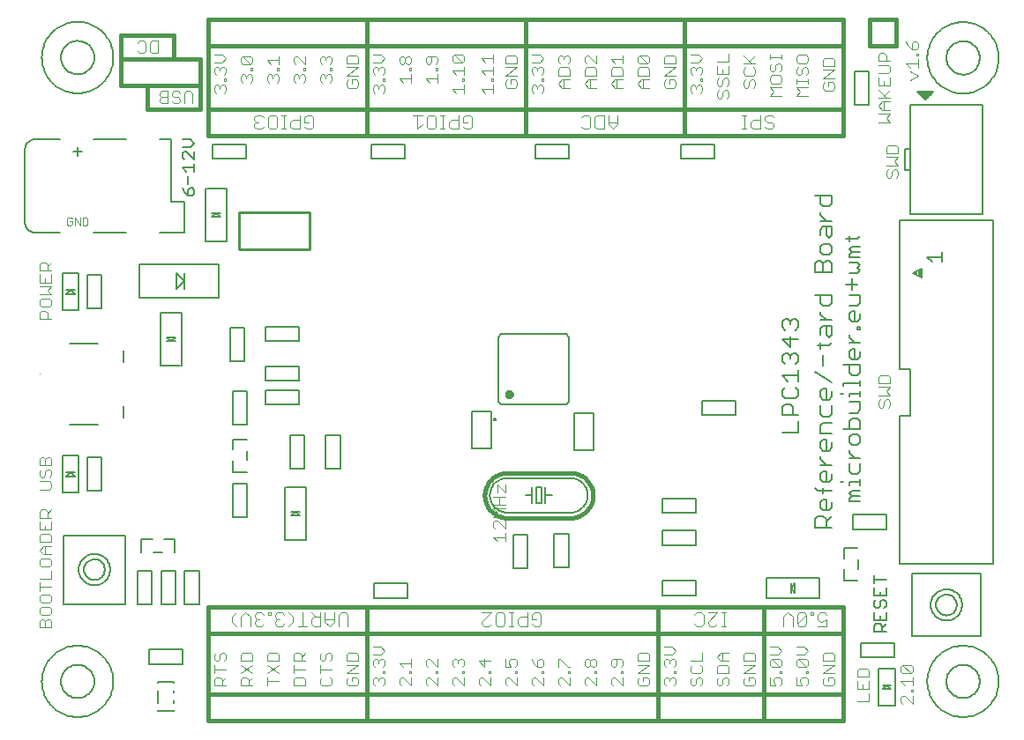
<source format=gto>
G75*
G70*
%OFA0B0*%
%FSLAX24Y24*%
%IPPOS*%
%LPD*%
%AMOC8*
5,1,8,0,0,1.08239X$1,22.5*
%
%ADD10C,0.0160*%
%ADD11C,0.0040*%
%ADD12C,0.0050*%
%ADD13C,0.0080*%
%ADD14C,0.0079*%
%ADD15C,0.0157*%
%ADD16C,0.0060*%
%ADD17C,0.0100*%
%ADD18C,0.0070*%
%ADD19C,0.0030*%
%ADD20R,0.0100X0.0200*%
%ADD21R,0.0050X0.0150*%
%ADD22R,0.0100X0.0100*%
D10*
X007600Y001050D02*
X013600Y001050D01*
X024600Y001050D01*
X028600Y001050D01*
X031600Y001050D01*
X031600Y002050D01*
X031600Y004350D01*
X031600Y005350D01*
X028600Y005350D01*
X028600Y004350D01*
X024600Y004350D01*
X024600Y005350D01*
X028600Y005350D01*
X028600Y004350D02*
X028600Y002050D01*
X028600Y001050D01*
X028600Y002050D02*
X031600Y002050D01*
X031600Y004350D02*
X028600Y004350D01*
X028600Y002050D02*
X024600Y002050D01*
X024600Y004350D01*
X013600Y004350D01*
X013600Y005350D01*
X024600Y005350D01*
X024600Y002050D02*
X024600Y001050D01*
X024600Y002050D02*
X013600Y002050D01*
X013600Y004350D01*
X007600Y004350D01*
X007600Y005350D01*
X013600Y005350D01*
X013600Y002050D02*
X013600Y001050D01*
X013600Y002050D02*
X007600Y002050D01*
X007600Y004350D01*
X007600Y002050D02*
X007600Y001050D01*
X018900Y008709D02*
X021300Y008709D01*
X021357Y008711D01*
X021413Y008717D01*
X021469Y008726D01*
X021525Y008739D01*
X021579Y008756D01*
X021632Y008776D01*
X021683Y008800D01*
X021733Y008828D01*
X021781Y008858D01*
X021827Y008892D01*
X021870Y008929D01*
X021911Y008968D01*
X021949Y009010D01*
X021984Y009055D01*
X022016Y009102D01*
X022045Y009151D01*
X022071Y009201D01*
X022093Y009254D01*
X022112Y009307D01*
X022127Y009362D01*
X022138Y009418D01*
X022146Y009474D01*
X022150Y009531D01*
X022150Y009587D01*
X022146Y009644D01*
X022138Y009700D01*
X022127Y009756D01*
X022112Y009811D01*
X022093Y009864D01*
X022071Y009917D01*
X022045Y009967D01*
X022016Y010016D01*
X021984Y010063D01*
X021949Y010108D01*
X021911Y010150D01*
X021870Y010189D01*
X021827Y010226D01*
X021781Y010260D01*
X021733Y010290D01*
X021683Y010318D01*
X021632Y010342D01*
X021579Y010362D01*
X021525Y010379D01*
X021469Y010392D01*
X021413Y010401D01*
X021357Y010407D01*
X021300Y010409D01*
X018900Y010409D01*
X018843Y010407D01*
X018787Y010401D01*
X018731Y010392D01*
X018675Y010379D01*
X018621Y010362D01*
X018568Y010342D01*
X018517Y010318D01*
X018467Y010290D01*
X018419Y010260D01*
X018373Y010226D01*
X018330Y010189D01*
X018289Y010150D01*
X018251Y010108D01*
X018216Y010063D01*
X018184Y010016D01*
X018155Y009967D01*
X018129Y009917D01*
X018107Y009864D01*
X018088Y009811D01*
X018073Y009756D01*
X018062Y009700D01*
X018054Y009644D01*
X018050Y009587D01*
X018050Y009531D01*
X018054Y009474D01*
X018062Y009418D01*
X018073Y009362D01*
X018088Y009307D01*
X018107Y009254D01*
X018129Y009201D01*
X018155Y009151D01*
X018184Y009102D01*
X018216Y009055D01*
X018251Y009010D01*
X018289Y008968D01*
X018330Y008929D01*
X018373Y008892D01*
X018419Y008858D01*
X018467Y008828D01*
X018517Y008800D01*
X018568Y008776D01*
X018621Y008756D01*
X018675Y008739D01*
X018731Y008726D01*
X018787Y008717D01*
X018843Y008711D01*
X018900Y008709D01*
X019600Y023166D02*
X013600Y023166D01*
X013600Y024166D01*
X013600Y026566D01*
X019600Y026566D01*
X019600Y024166D01*
X019600Y023166D01*
X025600Y023166D01*
X031600Y023166D01*
X031600Y024166D01*
X025600Y024166D01*
X025600Y023166D01*
X025600Y024166D02*
X019600Y024166D01*
X013600Y024166D01*
X007600Y024166D01*
X007600Y023166D01*
X013600Y023166D01*
X013600Y026566D02*
X007600Y026566D01*
X007600Y024166D01*
X007313Y024178D02*
X005313Y024178D01*
X005313Y025078D01*
X007313Y025078D01*
X007313Y026078D01*
X006313Y026078D01*
X006313Y026978D01*
X004313Y026978D01*
X004313Y026078D01*
X004313Y025078D01*
X005313Y025078D01*
X006313Y026078D02*
X004313Y026078D01*
X007313Y025078D02*
X007313Y024178D01*
X007600Y026566D02*
X007600Y027566D01*
X013600Y027566D01*
X019600Y027566D01*
X019600Y026566D01*
X025600Y026566D01*
X025600Y024166D01*
X025600Y026566D02*
X031600Y026566D01*
X031600Y024166D01*
X031600Y026566D02*
X031600Y027566D01*
X025600Y027566D01*
X019600Y027566D01*
X025600Y027566D02*
X025600Y026566D01*
X032600Y026566D02*
X033600Y026566D01*
X033600Y027566D01*
X032600Y027566D01*
X032600Y026566D01*
X013600Y026566D02*
X013600Y027566D01*
D11*
X013820Y026244D02*
X014127Y026244D01*
X014280Y026090D01*
X014127Y025937D01*
X013820Y025937D01*
X013896Y025783D02*
X013973Y025783D01*
X014050Y025707D01*
X014127Y025783D01*
X014203Y025783D01*
X014280Y025707D01*
X014280Y025553D01*
X014203Y025476D01*
X014203Y025323D02*
X014280Y025323D01*
X014280Y025246D01*
X014203Y025246D01*
X014203Y025323D01*
X014203Y025093D02*
X014127Y025093D01*
X014050Y025016D01*
X014050Y024939D01*
X014050Y025016D02*
X013973Y025093D01*
X013896Y025093D01*
X013820Y025016D01*
X013820Y024862D01*
X013896Y024786D01*
X014203Y024786D02*
X014280Y024862D01*
X014280Y025016D01*
X014203Y025093D01*
X014820Y025339D02*
X015280Y025339D01*
X015280Y025186D02*
X015280Y025493D01*
X015280Y025646D02*
X015280Y025723D01*
X015203Y025723D01*
X015203Y025646D01*
X015280Y025646D01*
X015203Y025876D02*
X015127Y025876D01*
X015050Y025953D01*
X015050Y026107D01*
X015127Y026183D01*
X015203Y026183D01*
X015280Y026107D01*
X015280Y025953D01*
X015203Y025876D01*
X015050Y025953D02*
X014973Y025876D01*
X014896Y025876D01*
X014820Y025953D01*
X014820Y026107D01*
X014896Y026183D01*
X014973Y026183D01*
X015050Y026107D01*
X015820Y026107D02*
X015820Y025953D01*
X015896Y025876D01*
X015973Y025876D01*
X016050Y025953D01*
X016050Y026183D01*
X016203Y026183D02*
X015896Y026183D01*
X015820Y026107D01*
X016203Y026183D02*
X016280Y026107D01*
X016280Y025953D01*
X016203Y025876D01*
X016203Y025723D02*
X016280Y025723D01*
X016280Y025646D01*
X016203Y025646D01*
X016203Y025723D01*
X016280Y025493D02*
X016280Y025186D01*
X016280Y025339D02*
X015820Y025339D01*
X015973Y025186D01*
X016820Y024939D02*
X017280Y024939D01*
X017280Y024786D02*
X017280Y025093D01*
X017280Y025246D02*
X017203Y025246D01*
X017203Y025323D01*
X017280Y025323D01*
X017280Y025246D01*
X017280Y025476D02*
X017280Y025783D01*
X017280Y025630D02*
X016820Y025630D01*
X016973Y025476D01*
X016896Y025937D02*
X016820Y026013D01*
X016820Y026167D01*
X016896Y026244D01*
X017203Y025937D01*
X017280Y026013D01*
X017280Y026167D01*
X017203Y026244D01*
X016896Y026244D01*
X016896Y025937D02*
X017203Y025937D01*
X017920Y026090D02*
X018380Y026090D01*
X018380Y025937D02*
X018380Y026244D01*
X018073Y025937D02*
X017920Y026090D01*
X017920Y025630D02*
X018380Y025630D01*
X018380Y025783D02*
X018380Y025476D01*
X018380Y025323D02*
X018303Y025323D01*
X018303Y025246D01*
X018380Y025246D01*
X018380Y025323D01*
X018380Y025093D02*
X018380Y024786D01*
X018380Y024939D02*
X017920Y024939D01*
X018073Y024786D01*
X018820Y025062D02*
X018820Y025216D01*
X018896Y025293D01*
X019050Y025293D02*
X019050Y025139D01*
X019050Y025293D02*
X019203Y025293D01*
X019280Y025216D01*
X019280Y025062D01*
X019203Y024986D01*
X018896Y024986D01*
X018820Y025062D01*
X018820Y025446D02*
X019280Y025753D01*
X018820Y025753D01*
X018820Y025907D02*
X018820Y026137D01*
X018896Y026213D01*
X019203Y026213D01*
X019280Y026137D01*
X019280Y025907D01*
X018820Y025907D01*
X018820Y025446D02*
X019280Y025446D01*
X019820Y025553D02*
X019820Y025707D01*
X019896Y025783D01*
X019973Y025783D01*
X020050Y025707D01*
X020127Y025783D01*
X020203Y025783D01*
X020280Y025707D01*
X020280Y025553D01*
X020203Y025476D01*
X020203Y025323D02*
X020280Y025323D01*
X020280Y025246D01*
X020203Y025246D01*
X020203Y025323D01*
X020203Y025093D02*
X020280Y025016D01*
X020280Y024862D01*
X020203Y024786D01*
X020050Y024939D02*
X020050Y025016D01*
X020127Y025093D01*
X020203Y025093D01*
X020050Y025016D02*
X019973Y025093D01*
X019896Y025093D01*
X019820Y025016D01*
X019820Y024862D01*
X019896Y024786D01*
X019896Y025476D02*
X019820Y025553D01*
X020050Y025630D02*
X020050Y025707D01*
X020127Y025937D02*
X019820Y025937D01*
X020127Y025937D02*
X020280Y026090D01*
X020127Y026244D01*
X019820Y026244D01*
X020820Y026137D02*
X020820Y025983D01*
X020896Y025907D01*
X020896Y025753D02*
X020820Y025676D01*
X020820Y025446D01*
X021280Y025446D01*
X021280Y025676D01*
X021203Y025753D01*
X020896Y025753D01*
X021050Y026060D02*
X021050Y026137D01*
X021127Y026213D01*
X021203Y026213D01*
X021280Y026137D01*
X021280Y025983D01*
X021203Y025907D01*
X021050Y026137D02*
X020973Y026213D01*
X020896Y026213D01*
X020820Y026137D01*
X020973Y025293D02*
X021280Y025293D01*
X021050Y025293D02*
X021050Y024986D01*
X020973Y024986D02*
X020820Y025139D01*
X020973Y025293D01*
X020973Y024986D02*
X021280Y024986D01*
X021820Y025139D02*
X021973Y024986D01*
X022280Y024986D01*
X022050Y024986D02*
X022050Y025293D01*
X021973Y025293D02*
X022280Y025293D01*
X022280Y025446D02*
X021820Y025446D01*
X021820Y025676D01*
X021896Y025753D01*
X022203Y025753D01*
X022280Y025676D01*
X022280Y025446D01*
X021973Y025293D02*
X021820Y025139D01*
X021896Y025907D02*
X021820Y025983D01*
X021820Y026137D01*
X021896Y026213D01*
X021973Y026213D01*
X022280Y025907D01*
X022280Y026213D01*
X022820Y026060D02*
X023280Y026060D01*
X023280Y025907D02*
X023280Y026213D01*
X022973Y025907D02*
X022820Y026060D01*
X022896Y025753D02*
X022820Y025676D01*
X022820Y025446D01*
X023280Y025446D01*
X023280Y025676D01*
X023203Y025753D01*
X022896Y025753D01*
X022973Y025293D02*
X022820Y025139D01*
X022973Y024986D01*
X023280Y024986D01*
X023050Y024986D02*
X023050Y025293D01*
X022973Y025293D02*
X023280Y025293D01*
X023820Y025446D02*
X023820Y025676D01*
X023896Y025753D01*
X024203Y025753D01*
X024280Y025676D01*
X024280Y025446D01*
X023820Y025446D01*
X023973Y025293D02*
X024280Y025293D01*
X024050Y025293D02*
X024050Y024986D01*
X023973Y024986D02*
X023820Y025139D01*
X023973Y025293D01*
X023973Y024986D02*
X024280Y024986D01*
X024820Y025062D02*
X024820Y025216D01*
X024896Y025293D01*
X025050Y025293D02*
X025050Y025139D01*
X025050Y025293D02*
X025203Y025293D01*
X025280Y025216D01*
X025280Y025062D01*
X025203Y024986D01*
X024896Y024986D01*
X024820Y025062D01*
X024820Y025446D02*
X025280Y025753D01*
X024820Y025753D01*
X024820Y025907D02*
X024820Y026137D01*
X024896Y026213D01*
X025203Y026213D01*
X025280Y026137D01*
X025280Y025907D01*
X024820Y025907D01*
X024820Y025446D02*
X025280Y025446D01*
X025820Y025553D02*
X025820Y025707D01*
X025896Y025783D01*
X025973Y025783D01*
X026050Y025707D01*
X026127Y025783D01*
X026203Y025783D01*
X026280Y025707D01*
X026280Y025553D01*
X026203Y025476D01*
X026203Y025323D02*
X026280Y025323D01*
X026280Y025246D01*
X026203Y025246D01*
X026203Y025323D01*
X026203Y025093D02*
X026280Y025016D01*
X026280Y024862D01*
X026203Y024786D01*
X026050Y024939D02*
X026050Y025016D01*
X026127Y025093D01*
X026203Y025093D01*
X026050Y025016D02*
X025973Y025093D01*
X025896Y025093D01*
X025820Y025016D01*
X025820Y024862D01*
X025896Y024786D01*
X025896Y025476D02*
X025820Y025553D01*
X026050Y025630D02*
X026050Y025707D01*
X026127Y025937D02*
X025820Y025937D01*
X026127Y025937D02*
X026280Y026090D01*
X026127Y026244D01*
X025820Y026244D01*
X026820Y025967D02*
X027280Y025967D01*
X027280Y026274D01*
X027280Y025813D02*
X027280Y025507D01*
X026820Y025507D01*
X026820Y025813D01*
X027050Y025660D02*
X027050Y025507D01*
X027127Y025353D02*
X027203Y025353D01*
X027280Y025276D01*
X027280Y025123D01*
X027203Y025046D01*
X027203Y024893D02*
X027280Y024816D01*
X027280Y024662D01*
X027203Y024586D01*
X027050Y024662D02*
X027050Y024816D01*
X027127Y024893D01*
X027203Y024893D01*
X027050Y025123D02*
X027050Y025276D01*
X027127Y025353D01*
X026896Y025353D02*
X026820Y025276D01*
X026820Y025123D01*
X026896Y025046D01*
X026973Y025046D01*
X027050Y025123D01*
X026896Y024893D02*
X026820Y024816D01*
X026820Y024662D01*
X026896Y024586D01*
X026973Y024586D01*
X027050Y024662D01*
X027820Y025062D02*
X027820Y025216D01*
X027896Y025293D01*
X027896Y025446D02*
X028203Y025446D01*
X028280Y025523D01*
X028280Y025676D01*
X028203Y025753D01*
X028127Y025907D02*
X027820Y026213D01*
X027820Y025907D02*
X028280Y025907D01*
X028050Y025983D02*
X028280Y026213D01*
X027896Y025753D02*
X027820Y025676D01*
X027820Y025523D01*
X027896Y025446D01*
X028050Y025216D02*
X028127Y025293D01*
X028203Y025293D01*
X028280Y025216D01*
X028280Y025062D01*
X028203Y024986D01*
X028050Y025062D02*
X028050Y025216D01*
X028050Y025062D02*
X027973Y024986D01*
X027896Y024986D01*
X027820Y025062D01*
X028820Y024993D02*
X029280Y024993D01*
X029203Y025146D02*
X028896Y025146D01*
X028820Y025223D01*
X028820Y025376D01*
X028896Y025453D01*
X029203Y025453D01*
X029280Y025376D01*
X029280Y025223D01*
X029203Y025146D01*
X028973Y024839D02*
X028820Y024993D01*
X028973Y024839D02*
X028820Y024686D01*
X029280Y024686D01*
X029820Y024686D02*
X029973Y024839D01*
X029820Y024993D01*
X030280Y024993D01*
X030280Y025146D02*
X030280Y025300D01*
X030280Y025223D02*
X029820Y025223D01*
X029820Y025146D02*
X029820Y025300D01*
X029896Y025453D02*
X029820Y025530D01*
X029820Y025683D01*
X029896Y025760D01*
X029896Y025913D02*
X030203Y025913D01*
X030280Y025990D01*
X030280Y026144D01*
X030203Y026220D01*
X029896Y026220D01*
X029820Y026144D01*
X029820Y025990D01*
X029896Y025913D01*
X030050Y025683D02*
X030127Y025760D01*
X030203Y025760D01*
X030280Y025683D01*
X030280Y025530D01*
X030203Y025453D01*
X030050Y025530D02*
X030050Y025683D01*
X030050Y025530D02*
X029973Y025453D01*
X029896Y025453D01*
X029280Y025683D02*
X029203Y025607D01*
X029280Y025683D02*
X029280Y025837D01*
X029203Y025913D01*
X029127Y025913D01*
X029050Y025837D01*
X029050Y025683D01*
X028973Y025607D01*
X028896Y025607D01*
X028820Y025683D01*
X028820Y025837D01*
X028896Y025913D01*
X028820Y026067D02*
X028820Y026220D01*
X028820Y026144D02*
X029280Y026144D01*
X029280Y026220D02*
X029280Y026067D01*
X030820Y026037D02*
X030820Y025807D01*
X031280Y025807D01*
X031280Y026037D01*
X031203Y026113D01*
X030896Y026113D01*
X030820Y026037D01*
X030820Y025653D02*
X031280Y025653D01*
X030820Y025346D01*
X031280Y025346D01*
X031203Y025193D02*
X031050Y025193D01*
X031050Y025039D01*
X031203Y024886D02*
X031280Y024962D01*
X031280Y025116D01*
X031203Y025193D01*
X030896Y025193D02*
X030820Y025116D01*
X030820Y024962D01*
X030896Y024886D01*
X031203Y024886D01*
X030280Y024686D02*
X029820Y024686D01*
X028980Y023859D02*
X028893Y023946D01*
X028720Y023946D01*
X028633Y023859D01*
X028633Y023772D01*
X028720Y023686D01*
X028893Y023686D01*
X028980Y023599D01*
X028980Y023512D01*
X028893Y023425D01*
X028720Y023425D01*
X028633Y023512D01*
X028464Y023425D02*
X028204Y023425D01*
X028117Y023512D01*
X028117Y023686D01*
X028204Y023772D01*
X028464Y023772D01*
X028464Y023946D02*
X028464Y023425D01*
X027949Y023425D02*
X027775Y023425D01*
X027862Y023425D02*
X027862Y023946D01*
X027949Y023946D02*
X027775Y023946D01*
X024280Y025983D02*
X024203Y025907D01*
X023896Y026213D01*
X024203Y026213D01*
X024280Y026137D01*
X024280Y025983D01*
X024203Y025907D02*
X023896Y025907D01*
X023820Y025983D01*
X023820Y026137D01*
X023896Y026213D01*
X023080Y023946D02*
X023080Y023599D01*
X022907Y023425D01*
X022733Y023599D01*
X022733Y023946D01*
X022564Y023946D02*
X022304Y023946D01*
X022217Y023859D01*
X022217Y023512D01*
X022304Y023425D01*
X022564Y023425D01*
X022564Y023946D01*
X022733Y023686D02*
X023080Y023686D01*
X022049Y023512D02*
X022049Y023859D01*
X021962Y023946D01*
X021788Y023946D01*
X021702Y023859D01*
X021702Y023512D02*
X021788Y023425D01*
X021962Y023425D01*
X022049Y023512D01*
X018073Y025476D02*
X017920Y025630D01*
X016973Y024786D02*
X016820Y024939D01*
X017064Y023946D02*
X017064Y023425D01*
X016804Y023425D01*
X016717Y023512D01*
X016717Y023686D01*
X016804Y023772D01*
X017064Y023772D01*
X017233Y023686D02*
X017407Y023686D01*
X017233Y023686D02*
X017233Y023859D01*
X017320Y023946D01*
X017493Y023946D01*
X017580Y023859D01*
X017580Y023512D01*
X017493Y023425D01*
X017320Y023425D01*
X017233Y023512D01*
X016549Y023425D02*
X016375Y023425D01*
X016462Y023425D02*
X016462Y023946D01*
X016549Y023946D02*
X016375Y023946D01*
X016205Y023859D02*
X016118Y023946D01*
X015945Y023946D01*
X015858Y023859D01*
X015858Y023512D01*
X015945Y023425D01*
X016118Y023425D01*
X016205Y023512D01*
X016205Y023859D01*
X015689Y023946D02*
X015342Y023946D01*
X015516Y023946D02*
X015516Y023425D01*
X015689Y023599D01*
X014973Y025186D02*
X014820Y025339D01*
X014050Y025630D02*
X014050Y025707D01*
X013896Y025783D02*
X013820Y025707D01*
X013820Y025553D01*
X013896Y025476D01*
X013280Y025446D02*
X012820Y025446D01*
X013280Y025753D01*
X012820Y025753D01*
X012820Y025907D02*
X012820Y026137D01*
X012896Y026213D01*
X013203Y026213D01*
X013280Y026137D01*
X013280Y025907D01*
X012820Y025907D01*
X012280Y025953D02*
X012280Y026107D01*
X012203Y026183D01*
X012127Y026183D01*
X012050Y026107D01*
X012050Y026030D01*
X012050Y026107D02*
X011973Y026183D01*
X011896Y026183D01*
X011820Y026107D01*
X011820Y025953D01*
X011896Y025876D01*
X012203Y025876D02*
X012280Y025953D01*
X012280Y025723D02*
X012203Y025723D01*
X012203Y025646D01*
X012280Y025646D01*
X012280Y025723D01*
X012203Y025493D02*
X012280Y025416D01*
X012280Y025262D01*
X012203Y025186D01*
X012050Y025339D02*
X012050Y025416D01*
X012127Y025493D01*
X012203Y025493D01*
X012050Y025416D02*
X011973Y025493D01*
X011896Y025493D01*
X011820Y025416D01*
X011820Y025262D01*
X011896Y025186D01*
X011280Y025262D02*
X011203Y025186D01*
X011280Y025262D02*
X011280Y025416D01*
X011203Y025493D01*
X011127Y025493D01*
X011050Y025416D01*
X011050Y025339D01*
X011050Y025416D02*
X010973Y025493D01*
X010896Y025493D01*
X010820Y025416D01*
X010820Y025262D01*
X010896Y025186D01*
X011203Y025646D02*
X011203Y025723D01*
X011280Y025723D01*
X011280Y025646D01*
X011203Y025646D01*
X011280Y025876D02*
X010973Y026183D01*
X010896Y026183D01*
X010820Y026107D01*
X010820Y025953D01*
X010896Y025876D01*
X011280Y025876D02*
X011280Y026183D01*
X010280Y026183D02*
X010280Y025876D01*
X010280Y025723D02*
X010280Y025646D01*
X010203Y025646D01*
X010203Y025723D01*
X010280Y025723D01*
X010203Y025493D02*
X010280Y025416D01*
X010280Y025262D01*
X010203Y025186D01*
X010050Y025339D02*
X010050Y025416D01*
X010127Y025493D01*
X010203Y025493D01*
X010050Y025416D02*
X009973Y025493D01*
X009896Y025493D01*
X009820Y025416D01*
X009820Y025262D01*
X009896Y025186D01*
X009280Y025262D02*
X009203Y025186D01*
X009280Y025262D02*
X009280Y025416D01*
X009203Y025493D01*
X009127Y025493D01*
X009050Y025416D01*
X009050Y025339D01*
X009050Y025416D02*
X008973Y025493D01*
X008896Y025493D01*
X008820Y025416D01*
X008820Y025262D01*
X008896Y025186D01*
X009203Y025646D02*
X009203Y025723D01*
X009280Y025723D01*
X009280Y025646D01*
X009203Y025646D01*
X009203Y025876D02*
X008896Y025876D01*
X008820Y025953D01*
X008820Y026107D01*
X008896Y026183D01*
X009203Y025876D01*
X009280Y025953D01*
X009280Y026107D01*
X009203Y026183D01*
X008896Y026183D01*
X008280Y026090D02*
X008127Y025937D01*
X007820Y025937D01*
X007896Y025783D02*
X007973Y025783D01*
X008050Y025707D01*
X008127Y025783D01*
X008203Y025783D01*
X008280Y025707D01*
X008280Y025553D01*
X008203Y025476D01*
X008203Y025323D02*
X008280Y025323D01*
X008280Y025246D01*
X008203Y025246D01*
X008203Y025323D01*
X008203Y025093D02*
X008280Y025016D01*
X008280Y024862D01*
X008203Y024786D01*
X008050Y024939D02*
X008050Y025016D01*
X008127Y025093D01*
X008203Y025093D01*
X008050Y025016D02*
X007973Y025093D01*
X007896Y025093D01*
X007820Y025016D01*
X007820Y024862D01*
X007896Y024786D01*
X006993Y024781D02*
X006993Y024397D01*
X006686Y024397D02*
X006686Y024781D01*
X006763Y024858D01*
X006917Y024858D01*
X006993Y024781D01*
X006533Y024781D02*
X006456Y024858D01*
X006303Y024858D01*
X006226Y024781D01*
X006226Y024704D01*
X006303Y024627D01*
X006456Y024627D01*
X006533Y024551D01*
X006533Y024474D01*
X006456Y024397D01*
X006303Y024397D01*
X006226Y024474D01*
X006073Y024397D02*
X005842Y024397D01*
X005766Y024474D01*
X005766Y024551D01*
X005842Y024627D01*
X006073Y024627D01*
X006073Y024397D02*
X006073Y024858D01*
X005842Y024858D01*
X005766Y024781D01*
X005766Y024704D01*
X005842Y024627D01*
X005693Y026297D02*
X005463Y026297D01*
X005386Y026374D01*
X005386Y026681D01*
X005463Y026758D01*
X005693Y026758D01*
X005693Y026297D01*
X005233Y026374D02*
X005233Y026681D01*
X005156Y026758D01*
X005003Y026758D01*
X004926Y026681D01*
X004926Y026374D02*
X005003Y026297D01*
X005156Y026297D01*
X005233Y026374D01*
X007820Y026244D02*
X008127Y026244D01*
X008280Y026090D01*
X007896Y025783D02*
X007820Y025707D01*
X007820Y025553D01*
X007896Y025476D01*
X008050Y025630D02*
X008050Y025707D01*
X009820Y026030D02*
X010280Y026030D01*
X009973Y025876D02*
X009820Y026030D01*
X009945Y023946D02*
X009858Y023859D01*
X009858Y023512D01*
X009945Y023425D01*
X010118Y023425D01*
X010205Y023512D01*
X010205Y023859D01*
X010118Y023946D01*
X009945Y023946D01*
X009689Y023859D02*
X009603Y023946D01*
X009429Y023946D01*
X009342Y023859D01*
X009342Y023772D01*
X009429Y023686D01*
X009516Y023686D01*
X009429Y023686D02*
X009342Y023599D01*
X009342Y023512D01*
X009429Y023425D01*
X009603Y023425D01*
X009689Y023512D01*
X010375Y023425D02*
X010549Y023425D01*
X010462Y023425D02*
X010462Y023946D01*
X010549Y023946D02*
X010375Y023946D01*
X010717Y023686D02*
X010804Y023772D01*
X011064Y023772D01*
X011064Y023946D02*
X011064Y023425D01*
X010804Y023425D01*
X010717Y023512D01*
X010717Y023686D01*
X011233Y023686D02*
X011407Y023686D01*
X011233Y023686D02*
X011233Y023859D01*
X011320Y023946D01*
X011493Y023946D01*
X011580Y023859D01*
X011580Y023512D01*
X011493Y023425D01*
X011320Y023425D01*
X011233Y023512D01*
X012820Y025062D02*
X012896Y024986D01*
X013203Y024986D01*
X013280Y025062D01*
X013280Y025216D01*
X013203Y025293D01*
X013050Y025293D01*
X013050Y025139D01*
X012896Y025293D02*
X012820Y025216D01*
X012820Y025062D01*
X001680Y018381D02*
X001527Y018228D01*
X001527Y018304D02*
X001527Y018074D01*
X001680Y018074D02*
X001220Y018074D01*
X001220Y018304D01*
X001296Y018381D01*
X001450Y018381D01*
X001527Y018304D01*
X001680Y017921D02*
X001680Y017614D01*
X001220Y017614D01*
X001220Y017921D01*
X001450Y017767D02*
X001450Y017614D01*
X001680Y017460D02*
X001220Y017460D01*
X001220Y017153D02*
X001680Y017153D01*
X001527Y017307D01*
X001680Y017460D01*
X001603Y017000D02*
X001296Y017000D01*
X001220Y016923D01*
X001220Y016770D01*
X001296Y016693D01*
X001603Y016693D01*
X001680Y016770D01*
X001680Y016923D01*
X001603Y017000D01*
X001450Y016540D02*
X001527Y016463D01*
X001527Y016233D01*
X001680Y016233D02*
X001220Y016233D01*
X001220Y016463D01*
X001296Y016540D01*
X001450Y016540D01*
X001220Y014171D02*
X001220Y014171D01*
X001296Y011010D02*
X001373Y011010D01*
X001450Y010934D01*
X001450Y010703D01*
X001527Y010550D02*
X001603Y010550D01*
X001680Y010473D01*
X001680Y010320D01*
X001603Y010243D01*
X001603Y010090D02*
X001220Y010090D01*
X001296Y010243D02*
X001373Y010243D01*
X001450Y010320D01*
X001450Y010473D01*
X001527Y010550D01*
X001680Y010703D02*
X001220Y010703D01*
X001220Y010934D01*
X001296Y011010D01*
X001450Y010934D02*
X001527Y011010D01*
X001603Y011010D01*
X001680Y010934D01*
X001680Y010703D01*
X001296Y010550D02*
X001220Y010473D01*
X001220Y010320D01*
X001296Y010243D01*
X001603Y010090D02*
X001680Y010013D01*
X001680Y009859D01*
X001603Y009783D01*
X001220Y009783D01*
X001296Y009020D02*
X001450Y009020D01*
X001527Y008944D01*
X001527Y008714D01*
X001527Y008867D02*
X001680Y009020D01*
X001680Y008714D02*
X001220Y008714D01*
X001220Y008944D01*
X001296Y009020D01*
X001220Y008560D02*
X001220Y008253D01*
X001680Y008253D01*
X001680Y008560D01*
X001450Y008407D02*
X001450Y008253D01*
X001603Y008100D02*
X001296Y008100D01*
X001220Y008023D01*
X001220Y007793D01*
X001680Y007793D01*
X001680Y008023D01*
X001603Y008100D01*
X001680Y007639D02*
X001373Y007639D01*
X001220Y007486D01*
X001373Y007332D01*
X001680Y007332D01*
X001603Y007179D02*
X001296Y007179D01*
X001220Y007102D01*
X001220Y006949D01*
X001296Y006872D01*
X001603Y006872D01*
X001680Y006949D01*
X001680Y007102D01*
X001603Y007179D01*
X001450Y007332D02*
X001450Y007639D01*
X001680Y006718D02*
X001680Y006412D01*
X001220Y006412D01*
X001220Y006258D02*
X001220Y005951D01*
X001220Y006105D02*
X001680Y006105D01*
X001603Y005798D02*
X001296Y005798D01*
X001220Y005721D01*
X001220Y005568D01*
X001296Y005491D01*
X001603Y005491D01*
X001680Y005568D01*
X001680Y005721D01*
X001603Y005798D01*
X001603Y005337D02*
X001296Y005337D01*
X001220Y005261D01*
X001220Y005107D01*
X001296Y005030D01*
X001603Y005030D01*
X001680Y005107D01*
X001680Y005261D01*
X001603Y005337D01*
X001603Y004877D02*
X001527Y004877D01*
X001450Y004800D01*
X001450Y004570D01*
X001680Y004570D02*
X001220Y004570D01*
X001220Y004800D01*
X001296Y004877D01*
X001373Y004877D01*
X001450Y004800D01*
X001603Y004877D02*
X001680Y004800D01*
X001680Y004570D01*
X007820Y003521D02*
X007820Y003368D01*
X007896Y003291D01*
X007973Y003291D01*
X008050Y003368D01*
X008050Y003521D01*
X008127Y003598D01*
X008203Y003598D01*
X008280Y003521D01*
X008280Y003368D01*
X008203Y003291D01*
X007820Y003137D02*
X007820Y002830D01*
X007820Y002984D02*
X008280Y002984D01*
X008280Y002677D02*
X008127Y002523D01*
X008127Y002600D02*
X008127Y002370D01*
X008280Y002370D02*
X007820Y002370D01*
X007820Y002600D01*
X007896Y002677D01*
X008050Y002677D01*
X008127Y002600D01*
X008820Y002600D02*
X008820Y002370D01*
X009280Y002370D01*
X009127Y002370D02*
X009127Y002600D01*
X009050Y002677D01*
X008896Y002677D01*
X008820Y002600D01*
X008820Y002830D02*
X009280Y003137D01*
X009280Y003291D02*
X008820Y003291D01*
X008820Y003521D01*
X008896Y003598D01*
X009203Y003598D01*
X009280Y003521D01*
X009280Y003291D01*
X009280Y002830D02*
X008820Y003137D01*
X009280Y002677D02*
X009127Y002523D01*
X009820Y002523D02*
X010280Y002523D01*
X010280Y002830D02*
X009820Y003137D01*
X009820Y003291D02*
X009820Y003521D01*
X009896Y003598D01*
X010203Y003598D01*
X010280Y003521D01*
X010280Y003291D01*
X009820Y003291D01*
X009820Y002830D02*
X010280Y003137D01*
X010820Y003137D02*
X010820Y002830D01*
X010820Y002984D02*
X011280Y002984D01*
X011203Y002677D02*
X010896Y002677D01*
X010820Y002600D01*
X010820Y002370D01*
X011280Y002370D01*
X011280Y002600D01*
X011203Y002677D01*
X011820Y002600D02*
X011820Y002447D01*
X011896Y002370D01*
X012203Y002370D01*
X012280Y002447D01*
X012280Y002600D01*
X012203Y002677D01*
X011896Y002677D02*
X011820Y002600D01*
X011820Y002830D02*
X011820Y003137D01*
X011820Y002984D02*
X012280Y002984D01*
X012820Y003137D02*
X013280Y003137D01*
X012820Y002830D01*
X013280Y002830D01*
X013203Y002677D02*
X013050Y002677D01*
X013050Y002523D01*
X013203Y002370D02*
X013280Y002447D01*
X013280Y002600D01*
X013203Y002677D01*
X012896Y002677D02*
X012820Y002600D01*
X012820Y002447D01*
X012896Y002370D01*
X013203Y002370D01*
X013820Y002447D02*
X013896Y002370D01*
X013820Y002447D02*
X013820Y002600D01*
X013896Y002677D01*
X013973Y002677D01*
X014050Y002600D01*
X014127Y002677D01*
X014203Y002677D01*
X014280Y002600D01*
X014280Y002447D01*
X014203Y002370D01*
X014050Y002523D02*
X014050Y002600D01*
X014203Y002830D02*
X014203Y002907D01*
X014280Y002907D01*
X014280Y002830D01*
X014203Y002830D01*
X014203Y003061D02*
X014280Y003137D01*
X014280Y003291D01*
X014203Y003368D01*
X014127Y003368D01*
X014050Y003291D01*
X014050Y003214D01*
X014050Y003291D02*
X013973Y003368D01*
X013896Y003368D01*
X013820Y003291D01*
X013820Y003137D01*
X013896Y003061D01*
X013820Y003521D02*
X014127Y003521D01*
X014280Y003674D01*
X014127Y003828D01*
X013820Y003828D01*
X013280Y003521D02*
X013203Y003598D01*
X012896Y003598D01*
X012820Y003521D01*
X012820Y003291D01*
X013280Y003291D01*
X013280Y003521D01*
X012280Y003521D02*
X012280Y003368D01*
X012203Y003291D01*
X012050Y003368D02*
X012050Y003521D01*
X012127Y003598D01*
X012203Y003598D01*
X012280Y003521D01*
X012050Y003368D02*
X011973Y003291D01*
X011896Y003291D01*
X011820Y003368D01*
X011820Y003521D01*
X011896Y003598D01*
X011280Y003598D02*
X011127Y003444D01*
X011127Y003521D02*
X011127Y003291D01*
X011280Y003291D02*
X010820Y003291D01*
X010820Y003521D01*
X010896Y003598D01*
X011050Y003598D01*
X011127Y003521D01*
X011160Y004610D02*
X011160Y005130D01*
X011502Y005130D02*
X011675Y004957D01*
X011588Y004957D02*
X011849Y004957D01*
X011849Y005130D02*
X011849Y004610D01*
X011588Y004610D01*
X011502Y004696D01*
X011502Y004870D01*
X011588Y004957D01*
X011333Y004610D02*
X010986Y004610D01*
X010817Y004783D02*
X010644Y004610D01*
X010474Y004696D02*
X010387Y004610D01*
X010213Y004610D01*
X010127Y004696D01*
X010127Y004783D01*
X010213Y004870D01*
X010127Y004957D01*
X010127Y005043D01*
X010213Y005130D01*
X010387Y005130D01*
X010474Y005043D01*
X010644Y005130D02*
X010817Y004957D01*
X010817Y004783D01*
X010300Y004870D02*
X010213Y004870D01*
X009958Y005043D02*
X009871Y005043D01*
X009871Y005130D01*
X009958Y005130D01*
X009958Y005043D01*
X009700Y005043D02*
X009613Y005130D01*
X009440Y005130D01*
X009353Y005043D01*
X009353Y004957D01*
X009440Y004870D01*
X009527Y004870D01*
X009440Y004870D02*
X009353Y004783D01*
X009353Y004696D01*
X009440Y004610D01*
X009613Y004610D01*
X009700Y004696D01*
X009185Y004610D02*
X009185Y004957D01*
X009011Y005130D01*
X008838Y004957D01*
X008838Y004610D01*
X008669Y004610D02*
X008495Y004783D01*
X008495Y004957D01*
X008669Y005130D01*
X007896Y003598D02*
X007820Y003521D01*
X009820Y002677D02*
X009820Y002370D01*
X012191Y004610D02*
X012017Y004783D01*
X012017Y005130D01*
X012017Y004870D02*
X012364Y004870D01*
X012364Y004783D02*
X012191Y004610D01*
X012364Y004783D02*
X012364Y005130D01*
X012533Y005043D02*
X012620Y005130D01*
X012793Y005130D01*
X012880Y005043D01*
X012880Y004610D01*
X012533Y004610D02*
X012533Y005043D01*
X014820Y003214D02*
X015280Y003214D01*
X015280Y003061D02*
X015280Y003368D01*
X014973Y003061D02*
X014820Y003214D01*
X015203Y002907D02*
X015280Y002907D01*
X015280Y002830D01*
X015203Y002830D01*
X015203Y002907D01*
X015280Y002677D02*
X015280Y002370D01*
X014973Y002677D01*
X014896Y002677D01*
X014820Y002600D01*
X014820Y002447D01*
X014896Y002370D01*
X015820Y002447D02*
X015896Y002370D01*
X015820Y002447D02*
X015820Y002600D01*
X015896Y002677D01*
X015973Y002677D01*
X016280Y002370D01*
X016280Y002677D01*
X016280Y002830D02*
X016280Y002907D01*
X016203Y002907D01*
X016203Y002830D01*
X016280Y002830D01*
X016280Y003061D02*
X015973Y003368D01*
X015896Y003368D01*
X015820Y003291D01*
X015820Y003137D01*
X015896Y003061D01*
X016280Y003061D02*
X016280Y003368D01*
X016820Y003291D02*
X016820Y003137D01*
X016896Y003061D01*
X017050Y003214D02*
X017050Y003291D01*
X017127Y003368D01*
X017203Y003368D01*
X017280Y003291D01*
X017280Y003137D01*
X017203Y003061D01*
X017203Y002907D02*
X017280Y002907D01*
X017280Y002830D01*
X017203Y002830D01*
X017203Y002907D01*
X017280Y002677D02*
X017280Y002370D01*
X016973Y002677D01*
X016896Y002677D01*
X016820Y002600D01*
X016820Y002447D01*
X016896Y002370D01*
X017820Y002447D02*
X017896Y002370D01*
X017820Y002447D02*
X017820Y002600D01*
X017896Y002677D01*
X017973Y002677D01*
X018280Y002370D01*
X018280Y002677D01*
X018280Y002830D02*
X018280Y002907D01*
X018203Y002907D01*
X018203Y002830D01*
X018280Y002830D01*
X018050Y003061D02*
X018050Y003368D01*
X018280Y003291D02*
X017820Y003291D01*
X018050Y003061D01*
X018820Y003061D02*
X019050Y003061D01*
X018973Y003214D01*
X018973Y003291D01*
X019050Y003368D01*
X019203Y003368D01*
X019280Y003291D01*
X019280Y003137D01*
X019203Y003061D01*
X019203Y002907D02*
X019280Y002907D01*
X019280Y002830D01*
X019203Y002830D01*
X019203Y002907D01*
X019280Y002677D02*
X019280Y002370D01*
X018973Y002677D01*
X018896Y002677D01*
X018820Y002600D01*
X018820Y002447D01*
X018896Y002370D01*
X019820Y002447D02*
X019896Y002370D01*
X019820Y002447D02*
X019820Y002600D01*
X019896Y002677D01*
X019973Y002677D01*
X020280Y002370D01*
X020280Y002677D01*
X020280Y002830D02*
X020280Y002907D01*
X020203Y002907D01*
X020203Y002830D01*
X020280Y002830D01*
X020203Y003061D02*
X020280Y003137D01*
X020280Y003291D01*
X020203Y003368D01*
X020127Y003368D01*
X020050Y003291D01*
X020050Y003061D01*
X020203Y003061D01*
X020050Y003061D02*
X019896Y003214D01*
X019820Y003368D01*
X018820Y003368D02*
X018820Y003061D01*
X018718Y004610D02*
X018805Y004696D01*
X018805Y005043D01*
X018718Y005130D01*
X018545Y005130D01*
X018458Y005043D01*
X018458Y004696D01*
X018545Y004610D01*
X018718Y004610D01*
X018975Y004610D02*
X019149Y004610D01*
X019062Y004610D02*
X019062Y005130D01*
X019149Y005130D02*
X018975Y005130D01*
X019317Y004870D02*
X019404Y004957D01*
X019664Y004957D01*
X019664Y005130D02*
X019664Y004610D01*
X019404Y004610D01*
X019317Y004696D01*
X019317Y004870D01*
X019833Y004870D02*
X020007Y004870D01*
X019833Y004870D02*
X019833Y005043D01*
X019920Y005130D01*
X020093Y005130D01*
X020180Y005043D01*
X020180Y004696D01*
X020093Y004610D01*
X019920Y004610D01*
X019833Y004696D01*
X018289Y004696D02*
X018203Y004610D01*
X018029Y004610D01*
X017942Y004696D01*
X017942Y004783D01*
X018289Y005130D01*
X017942Y005130D01*
X016973Y003368D02*
X017050Y003291D01*
X016973Y003368D02*
X016896Y003368D01*
X016820Y003291D01*
X020820Y003368D02*
X020820Y003061D01*
X020820Y003368D02*
X020896Y003368D01*
X021203Y003061D01*
X021280Y003061D01*
X021280Y002907D02*
X021280Y002830D01*
X021203Y002830D01*
X021203Y002907D01*
X021280Y002907D01*
X021280Y002677D02*
X021280Y002370D01*
X020973Y002677D01*
X020896Y002677D01*
X020820Y002600D01*
X020820Y002447D01*
X020896Y002370D01*
X021820Y002447D02*
X021896Y002370D01*
X021820Y002447D02*
X021820Y002600D01*
X021896Y002677D01*
X021973Y002677D01*
X022280Y002370D01*
X022280Y002677D01*
X022280Y002830D02*
X022280Y002907D01*
X022203Y002907D01*
X022203Y002830D01*
X022280Y002830D01*
X022203Y003061D02*
X022127Y003061D01*
X022050Y003137D01*
X022050Y003291D01*
X022127Y003368D01*
X022203Y003368D01*
X022280Y003291D01*
X022280Y003137D01*
X022203Y003061D01*
X022050Y003137D02*
X021973Y003061D01*
X021896Y003061D01*
X021820Y003137D01*
X021820Y003291D01*
X021896Y003368D01*
X021973Y003368D01*
X022050Y003291D01*
X022820Y003291D02*
X022820Y003137D01*
X022896Y003061D01*
X022973Y003061D01*
X023050Y003137D01*
X023050Y003368D01*
X023203Y003368D02*
X022896Y003368D01*
X022820Y003291D01*
X023203Y003368D02*
X023280Y003291D01*
X023280Y003137D01*
X023203Y003061D01*
X023203Y002907D02*
X023280Y002907D01*
X023280Y002830D01*
X023203Y002830D01*
X023203Y002907D01*
X023280Y002677D02*
X023280Y002370D01*
X022973Y002677D01*
X022896Y002677D01*
X022820Y002600D01*
X022820Y002447D01*
X022896Y002370D01*
X023820Y002447D02*
X023896Y002370D01*
X024203Y002370D01*
X024280Y002447D01*
X024280Y002600D01*
X024203Y002677D01*
X024050Y002677D01*
X024050Y002523D01*
X023896Y002677D02*
X023820Y002600D01*
X023820Y002447D01*
X023820Y002830D02*
X024280Y003137D01*
X023820Y003137D01*
X023820Y003291D02*
X023820Y003521D01*
X023896Y003598D01*
X024203Y003598D01*
X024280Y003521D01*
X024280Y003291D01*
X023820Y003291D01*
X023820Y002830D02*
X024280Y002830D01*
X024820Y002600D02*
X024896Y002677D01*
X024973Y002677D01*
X025050Y002600D01*
X025127Y002677D01*
X025203Y002677D01*
X025280Y002600D01*
X025280Y002447D01*
X025203Y002370D01*
X025050Y002523D02*
X025050Y002600D01*
X024820Y002600D02*
X024820Y002447D01*
X024896Y002370D01*
X025203Y002830D02*
X025203Y002907D01*
X025280Y002907D01*
X025280Y002830D01*
X025203Y002830D01*
X025203Y003061D02*
X025280Y003137D01*
X025280Y003291D01*
X025203Y003368D01*
X025127Y003368D01*
X025050Y003291D01*
X025050Y003214D01*
X025050Y003291D02*
X024973Y003368D01*
X024896Y003368D01*
X024820Y003291D01*
X024820Y003137D01*
X024896Y003061D01*
X024820Y003521D02*
X025127Y003521D01*
X025280Y003674D01*
X025127Y003828D01*
X024820Y003828D01*
X025820Y003291D02*
X026280Y003291D01*
X026280Y003598D01*
X026203Y003137D02*
X026280Y003061D01*
X026280Y002907D01*
X026203Y002830D01*
X025896Y002830D01*
X025820Y002907D01*
X025820Y003061D01*
X025896Y003137D01*
X025896Y002677D02*
X025820Y002600D01*
X025820Y002447D01*
X025896Y002370D01*
X025973Y002370D01*
X026050Y002447D01*
X026050Y002600D01*
X026127Y002677D01*
X026203Y002677D01*
X026280Y002600D01*
X026280Y002447D01*
X026203Y002370D01*
X026820Y002447D02*
X026896Y002370D01*
X026973Y002370D01*
X027050Y002447D01*
X027050Y002600D01*
X027127Y002677D01*
X027203Y002677D01*
X027280Y002600D01*
X027280Y002447D01*
X027203Y002370D01*
X026820Y002447D02*
X026820Y002600D01*
X026896Y002677D01*
X026820Y002830D02*
X026820Y003061D01*
X026896Y003137D01*
X027203Y003137D01*
X027280Y003061D01*
X027280Y002830D01*
X026820Y002830D01*
X026973Y003291D02*
X026820Y003444D01*
X026973Y003598D01*
X027280Y003598D01*
X027050Y003598D02*
X027050Y003291D01*
X026973Y003291D02*
X027280Y003291D01*
X027820Y003291D02*
X027820Y003521D01*
X027896Y003598D01*
X028203Y003598D01*
X028280Y003521D01*
X028280Y003291D01*
X027820Y003291D01*
X027820Y003137D02*
X028280Y003137D01*
X027820Y002830D01*
X028280Y002830D01*
X028203Y002677D02*
X028050Y002677D01*
X028050Y002523D01*
X028203Y002370D02*
X028280Y002447D01*
X028280Y002600D01*
X028203Y002677D01*
X027896Y002677D02*
X027820Y002600D01*
X027820Y002447D01*
X027896Y002370D01*
X028203Y002370D01*
X028820Y002370D02*
X029050Y002370D01*
X028973Y002523D01*
X028973Y002600D01*
X029050Y002677D01*
X029203Y002677D01*
X029280Y002600D01*
X029280Y002447D01*
X029203Y002370D01*
X028820Y002370D02*
X028820Y002677D01*
X029203Y002830D02*
X029203Y002907D01*
X029280Y002907D01*
X029280Y002830D01*
X029203Y002830D01*
X029203Y003061D02*
X028896Y003061D01*
X028820Y003137D01*
X028820Y003291D01*
X028896Y003368D01*
X029203Y003061D01*
X029280Y003137D01*
X029280Y003291D01*
X029203Y003368D01*
X028896Y003368D01*
X028820Y003521D02*
X029127Y003521D01*
X029280Y003674D01*
X029127Y003828D01*
X028820Y003828D01*
X029820Y003828D02*
X030127Y003828D01*
X030280Y003674D01*
X030127Y003521D01*
X029820Y003521D01*
X029896Y003368D02*
X029820Y003291D01*
X029820Y003137D01*
X029896Y003061D01*
X030203Y003061D01*
X029896Y003368D01*
X030203Y003368D01*
X030280Y003291D01*
X030280Y003137D01*
X030203Y003061D01*
X030203Y002907D02*
X030280Y002907D01*
X030280Y002830D01*
X030203Y002830D01*
X030203Y002907D01*
X030203Y002677D02*
X030280Y002600D01*
X030280Y002447D01*
X030203Y002370D01*
X030050Y002370D02*
X029973Y002523D01*
X029973Y002600D01*
X030050Y002677D01*
X030203Y002677D01*
X030050Y002370D02*
X029820Y002370D01*
X029820Y002677D01*
X030820Y002600D02*
X030820Y002447D01*
X030896Y002370D01*
X031203Y002370D01*
X031280Y002447D01*
X031280Y002600D01*
X031203Y002677D01*
X031050Y002677D01*
X031050Y002523D01*
X030896Y002677D02*
X030820Y002600D01*
X030820Y002830D02*
X031280Y003137D01*
X030820Y003137D01*
X030820Y003291D02*
X030820Y003521D01*
X030896Y003598D01*
X031203Y003598D01*
X031280Y003521D01*
X031280Y003291D01*
X030820Y003291D01*
X030820Y002830D02*
X031280Y002830D01*
X032120Y002927D02*
X032120Y002697D01*
X032580Y002697D01*
X032580Y002927D01*
X032503Y003004D01*
X032196Y003004D01*
X032120Y002927D01*
X032120Y002544D02*
X032120Y002237D01*
X032580Y002237D01*
X032580Y002544D01*
X032350Y002390D02*
X032350Y002237D01*
X032580Y002083D02*
X032580Y001776D01*
X032120Y001776D01*
X033770Y001753D02*
X033846Y001676D01*
X033770Y001753D02*
X033770Y001906D01*
X033846Y001983D01*
X033923Y001983D01*
X034230Y001676D01*
X034230Y001983D01*
X034230Y002137D02*
X034230Y002213D01*
X034153Y002213D01*
X034153Y002137D01*
X034230Y002137D01*
X034230Y002367D02*
X034230Y002674D01*
X034230Y002520D02*
X033770Y002520D01*
X033923Y002367D01*
X033846Y002827D02*
X033770Y002904D01*
X033770Y003057D01*
X033846Y003134D01*
X034153Y002827D01*
X034230Y002904D01*
X034230Y003057D01*
X034153Y003134D01*
X033846Y003134D01*
X033846Y002827D02*
X034153Y002827D01*
X030980Y004610D02*
X030980Y004870D01*
X030807Y004783D01*
X030720Y004783D01*
X030633Y004870D01*
X030633Y005043D01*
X030720Y005130D01*
X030893Y005130D01*
X030980Y005043D01*
X030980Y004610D02*
X030633Y004610D01*
X030464Y005043D02*
X030378Y005043D01*
X030378Y005130D01*
X030464Y005130D01*
X030464Y005043D01*
X030207Y005043D02*
X029860Y004696D01*
X029860Y005043D01*
X029946Y005130D01*
X030120Y005130D01*
X030207Y005043D01*
X030207Y004696D01*
X030120Y004610D01*
X029946Y004610D01*
X029860Y004696D01*
X029691Y004610D02*
X029691Y004957D01*
X029517Y005130D01*
X029344Y004957D01*
X029344Y004610D01*
X027180Y004610D02*
X027007Y004610D01*
X027093Y004610D02*
X027093Y005130D01*
X027007Y005130D02*
X027180Y005130D01*
X026836Y005130D02*
X026489Y004783D01*
X026489Y004696D01*
X026576Y004610D01*
X026750Y004610D01*
X026836Y004696D01*
X026836Y005130D02*
X026489Y005130D01*
X026321Y005043D02*
X026234Y005130D01*
X026060Y005130D01*
X025974Y005043D01*
X026321Y005043D02*
X026321Y004696D01*
X026234Y004610D01*
X026060Y004610D01*
X025974Y004696D01*
X018830Y007831D02*
X018830Y008138D01*
X018830Y008291D02*
X018523Y008598D01*
X018446Y008598D01*
X018369Y008521D01*
X018369Y008368D01*
X018446Y008291D01*
X018369Y007984D02*
X018830Y007984D01*
X018830Y008291D02*
X018830Y008598D01*
X018830Y008751D02*
X018369Y008751D01*
X018523Y008905D01*
X018369Y009058D01*
X018830Y009058D01*
X018830Y009212D02*
X018369Y009212D01*
X018599Y009212D02*
X018599Y009519D01*
X018523Y009672D02*
X018523Y009979D01*
X018830Y009672D01*
X018830Y009979D01*
X018830Y009519D02*
X018369Y009519D01*
X018369Y007984D02*
X018523Y007831D01*
X032920Y012962D02*
X032996Y012886D01*
X033073Y012886D01*
X033150Y012962D01*
X033150Y013116D01*
X033227Y013193D01*
X033303Y013193D01*
X033380Y013116D01*
X033380Y012962D01*
X033303Y012886D01*
X032920Y012962D02*
X032920Y013116D01*
X032996Y013193D01*
X032920Y013346D02*
X033380Y013346D01*
X033227Y013500D01*
X033380Y013653D01*
X032920Y013653D01*
X032920Y013807D02*
X032920Y014037D01*
X032996Y014113D01*
X033303Y014113D01*
X033380Y014037D01*
X033380Y013807D01*
X032920Y013807D01*
X033296Y021586D02*
X033373Y021586D01*
X033450Y021662D01*
X033450Y021816D01*
X033527Y021893D01*
X033603Y021893D01*
X033680Y021816D01*
X033680Y021662D01*
X033603Y021586D01*
X033296Y021586D02*
X033220Y021662D01*
X033220Y021816D01*
X033296Y021893D01*
X033220Y022046D02*
X033680Y022046D01*
X033527Y022200D01*
X033680Y022353D01*
X033220Y022353D01*
X033220Y022507D02*
X033220Y022737D01*
X033296Y022813D01*
X033603Y022813D01*
X033680Y022737D01*
X033680Y022507D01*
X033220Y022507D01*
X033380Y023686D02*
X032920Y023686D01*
X032920Y023993D02*
X033380Y023993D01*
X033227Y023839D01*
X033380Y023686D01*
X033380Y024146D02*
X033073Y024146D01*
X032920Y024300D01*
X033073Y024453D01*
X033380Y024453D01*
X033380Y024607D02*
X032920Y024607D01*
X033150Y024683D02*
X033380Y024913D01*
X033380Y025067D02*
X033380Y025374D01*
X033303Y025527D02*
X033380Y025604D01*
X033380Y025758D01*
X033303Y025834D01*
X032920Y025834D01*
X032920Y025988D02*
X032920Y026218D01*
X032996Y026295D01*
X033150Y026295D01*
X033227Y026218D01*
X033227Y025988D01*
X033380Y025988D02*
X032920Y025988D01*
X032920Y025527D02*
X033303Y025527D01*
X033150Y025220D02*
X033150Y025067D01*
X032920Y025067D02*
X033380Y025067D01*
X033227Y024607D02*
X032920Y024913D01*
X032920Y025067D02*
X032920Y025374D01*
X033150Y024453D02*
X033150Y024146D01*
X034123Y025286D02*
X034430Y025439D01*
X034123Y025593D01*
X034123Y025746D02*
X033970Y025900D01*
X034430Y025900D01*
X034430Y026053D02*
X034430Y025746D01*
X034430Y026207D02*
X034430Y026283D01*
X034353Y026283D01*
X034353Y026207D01*
X034430Y026207D01*
X034353Y026437D02*
X034430Y026513D01*
X034430Y026667D01*
X034353Y026744D01*
X034277Y026744D01*
X034200Y026667D01*
X034200Y026437D01*
X034353Y026437D01*
X034200Y026437D02*
X034046Y026590D01*
X033970Y026744D01*
D12*
X032576Y025596D02*
X032024Y025596D01*
X032024Y024336D01*
X032576Y024336D01*
X032576Y025596D01*
X034122Y024341D02*
X036878Y024341D01*
X036878Y020191D01*
X034122Y020191D01*
X034122Y021872D01*
X033925Y021872D01*
X033925Y022659D01*
X034122Y022659D01*
X034122Y024341D01*
X034491Y024752D02*
X034935Y024752D01*
X034983Y024800D02*
X034442Y024800D01*
X034417Y024825D02*
X034713Y024530D01*
X035008Y024825D01*
X034417Y024825D01*
X034539Y024703D02*
X034886Y024703D01*
X034838Y024655D02*
X034588Y024655D01*
X034636Y024606D02*
X034789Y024606D01*
X034741Y024558D02*
X034685Y024558D01*
X034122Y022659D02*
X034122Y021872D01*
X032225Y019372D02*
X032123Y019270D01*
X031716Y019270D01*
X031818Y019169D02*
X031818Y019372D01*
X031920Y018968D02*
X032225Y018968D01*
X032225Y018764D02*
X031920Y018764D01*
X031818Y018866D01*
X031920Y018968D01*
X031920Y018764D02*
X031818Y018663D01*
X031818Y018561D01*
X032225Y018561D01*
X032123Y018360D02*
X031818Y018360D01*
X032123Y018360D02*
X032225Y018259D01*
X032123Y018157D01*
X032225Y018055D01*
X032123Y017953D01*
X031818Y017953D01*
X031920Y017753D02*
X031920Y017346D01*
X031818Y017145D02*
X032225Y017145D01*
X032225Y016840D01*
X032123Y016738D01*
X031818Y016738D01*
X031920Y016537D02*
X032021Y016537D01*
X032021Y016130D01*
X031920Y016130D02*
X031818Y016232D01*
X031818Y016435D01*
X031920Y016537D01*
X032225Y016435D02*
X032225Y016232D01*
X032123Y016130D01*
X031920Y016130D01*
X032123Y015928D02*
X032225Y015928D01*
X032225Y015826D01*
X032123Y015826D01*
X032123Y015928D01*
X031818Y015625D02*
X031818Y015523D01*
X032021Y015320D01*
X032021Y015119D02*
X032021Y014712D01*
X031920Y014712D02*
X031818Y014814D01*
X031818Y015017D01*
X031920Y015119D01*
X032021Y015119D01*
X032225Y015017D02*
X032225Y014814D01*
X032123Y014712D01*
X031920Y014712D01*
X031818Y014511D02*
X031818Y014206D01*
X031920Y014104D01*
X032123Y014104D01*
X032225Y014206D01*
X032225Y014511D01*
X031614Y014511D01*
X031614Y013801D02*
X032225Y013801D01*
X032225Y013699D02*
X032225Y013903D01*
X032225Y013498D02*
X032225Y013294D01*
X032225Y013396D02*
X031818Y013396D01*
X031818Y013294D01*
X031818Y013093D02*
X032225Y013093D01*
X032225Y012788D01*
X032123Y012686D01*
X031818Y012686D01*
X031920Y012486D02*
X031818Y012384D01*
X031818Y012079D01*
X031614Y012079D02*
X032225Y012079D01*
X032225Y012384D01*
X032123Y012486D01*
X031920Y012486D01*
X031920Y011878D02*
X031818Y011776D01*
X031818Y011573D01*
X031920Y011471D01*
X032123Y011471D01*
X032225Y011573D01*
X032225Y011776D01*
X032123Y011878D01*
X031920Y011878D01*
X031818Y011270D02*
X031818Y011168D01*
X032021Y010964D01*
X031818Y010964D02*
X032225Y010964D01*
X032225Y010764D02*
X032225Y010459D01*
X032123Y010357D01*
X031920Y010357D01*
X031818Y010459D01*
X031818Y010764D01*
X031818Y010053D02*
X032225Y010053D01*
X032225Y009952D02*
X032225Y010155D01*
X032225Y009751D02*
X031920Y009751D01*
X031818Y009649D01*
X031920Y009547D01*
X032225Y009547D01*
X032225Y009344D02*
X031818Y009344D01*
X031818Y009446D01*
X031920Y009547D01*
X031818Y009952D02*
X031818Y010053D01*
X031614Y010053D02*
X031513Y010053D01*
X031970Y008832D02*
X033230Y008832D01*
X033230Y008281D01*
X031970Y008281D01*
X031970Y008832D01*
X034201Y006594D02*
X036799Y006594D01*
X036799Y004231D01*
X034201Y004231D01*
X034201Y006594D01*
X033225Y006379D02*
X032775Y006379D01*
X032775Y006229D02*
X032775Y006529D01*
X032775Y006069D02*
X032775Y005769D01*
X033225Y005769D01*
X033225Y006069D01*
X033000Y005919D02*
X033000Y005769D01*
X033075Y005609D02*
X033150Y005609D01*
X033225Y005534D01*
X033225Y005383D01*
X033150Y005308D01*
X033000Y005383D02*
X033000Y005534D01*
X033075Y005609D01*
X032850Y005609D02*
X032775Y005534D01*
X032775Y005383D01*
X032850Y005308D01*
X032925Y005308D01*
X033000Y005383D01*
X033225Y005148D02*
X033225Y004848D01*
X032775Y004848D01*
X032775Y005148D01*
X033000Y004998D02*
X033000Y004848D01*
X033000Y004688D02*
X032850Y004688D01*
X032775Y004613D01*
X032775Y004388D01*
X033225Y004388D01*
X033075Y004388D02*
X033075Y004613D01*
X033000Y004688D01*
X033075Y004538D02*
X033225Y004688D01*
X033543Y003985D02*
X032283Y003985D01*
X032283Y003434D01*
X033543Y003434D01*
X033543Y003985D01*
X033526Y003014D02*
X033565Y003014D01*
X033565Y001598D01*
X033476Y001598D01*
X032935Y001598D01*
X032935Y003014D01*
X033524Y003014D01*
X033407Y002385D02*
X033250Y002385D01*
X033407Y002228D01*
X033093Y002228D01*
X033250Y002385D01*
X033093Y002385D01*
X033476Y001598D02*
X033524Y001598D01*
X035106Y005413D02*
X035108Y005452D01*
X035114Y005491D01*
X035124Y005529D01*
X035137Y005566D01*
X035154Y005601D01*
X035174Y005635D01*
X035198Y005666D01*
X035225Y005695D01*
X035254Y005721D01*
X035286Y005744D01*
X035320Y005764D01*
X035356Y005780D01*
X035393Y005792D01*
X035432Y005801D01*
X035471Y005806D01*
X035510Y005807D01*
X035549Y005804D01*
X035588Y005797D01*
X035625Y005786D01*
X035662Y005772D01*
X035697Y005754D01*
X035730Y005733D01*
X035761Y005708D01*
X035789Y005681D01*
X035814Y005651D01*
X035836Y005618D01*
X035855Y005584D01*
X035870Y005548D01*
X035882Y005510D01*
X035890Y005472D01*
X035894Y005433D01*
X035894Y005393D01*
X035890Y005354D01*
X035882Y005316D01*
X035870Y005278D01*
X035855Y005242D01*
X035836Y005208D01*
X035814Y005175D01*
X035789Y005145D01*
X035761Y005118D01*
X035730Y005093D01*
X035697Y005072D01*
X035662Y005054D01*
X035625Y005040D01*
X035588Y005029D01*
X035549Y005022D01*
X035510Y005019D01*
X035471Y005020D01*
X035432Y005025D01*
X035393Y005034D01*
X035356Y005046D01*
X035320Y005062D01*
X035286Y005082D01*
X035254Y005105D01*
X035225Y005131D01*
X035198Y005160D01*
X035174Y005191D01*
X035154Y005225D01*
X035137Y005260D01*
X035124Y005297D01*
X035114Y005335D01*
X035108Y005374D01*
X035106Y005413D01*
X034908Y005413D02*
X034910Y005461D01*
X034916Y005509D01*
X034926Y005556D01*
X034939Y005603D01*
X034957Y005648D01*
X034978Y005691D01*
X035002Y005733D01*
X035030Y005773D01*
X035061Y005810D01*
X035094Y005844D01*
X035131Y005876D01*
X035170Y005904D01*
X035211Y005930D01*
X035254Y005952D01*
X035299Y005970D01*
X035345Y005984D01*
X035392Y005995D01*
X035440Y006002D01*
X035488Y006005D01*
X035536Y006004D01*
X035584Y005999D01*
X035632Y005990D01*
X035678Y005977D01*
X035724Y005961D01*
X035768Y005941D01*
X035810Y005917D01*
X035850Y005891D01*
X035888Y005860D01*
X035923Y005827D01*
X035955Y005791D01*
X035985Y005753D01*
X036011Y005712D01*
X036033Y005670D01*
X036053Y005626D01*
X036068Y005580D01*
X036080Y005533D01*
X036088Y005485D01*
X036092Y005437D01*
X036092Y005389D01*
X036088Y005341D01*
X036080Y005293D01*
X036068Y005246D01*
X036053Y005200D01*
X036033Y005156D01*
X036011Y005114D01*
X035985Y005073D01*
X035955Y005035D01*
X035923Y004999D01*
X035888Y004966D01*
X035850Y004935D01*
X035810Y004909D01*
X035768Y004885D01*
X035724Y004865D01*
X035678Y004849D01*
X035632Y004836D01*
X035584Y004827D01*
X035536Y004822D01*
X035488Y004821D01*
X035440Y004824D01*
X035392Y004831D01*
X035345Y004842D01*
X035299Y004856D01*
X035254Y004874D01*
X035211Y004896D01*
X035170Y004922D01*
X035131Y004950D01*
X035094Y004982D01*
X035061Y005016D01*
X035030Y005053D01*
X035002Y005093D01*
X034978Y005135D01*
X034957Y005178D01*
X034939Y005223D01*
X034926Y005270D01*
X034916Y005317D01*
X034910Y005365D01*
X034908Y005413D01*
X030705Y005656D02*
X028695Y005656D01*
X028695Y005696D01*
X028695Y005704D02*
X028695Y006444D01*
X030705Y006444D01*
X030705Y005679D01*
X030705Y005656D01*
X030705Y005679D02*
X030705Y005721D01*
X029775Y005875D02*
X029625Y006050D01*
X029775Y006225D01*
X029775Y005875D01*
X029625Y005875D02*
X029625Y006225D01*
X026030Y006326D02*
X026030Y005774D01*
X024770Y005774D01*
X024770Y006326D01*
X026030Y006326D01*
X026030Y007681D02*
X024770Y007681D01*
X024770Y008232D01*
X026030Y008232D01*
X026030Y007681D01*
X026030Y008887D02*
X024770Y008887D01*
X024770Y009438D01*
X026030Y009438D01*
X026030Y008887D01*
X022154Y011257D02*
X022154Y012674D01*
X021446Y012674D01*
X021446Y011257D01*
X022154Y011257D01*
X021226Y008089D02*
X020674Y008089D01*
X020674Y006830D01*
X021226Y006830D01*
X021226Y008089D01*
X019683Y008078D02*
X019683Y006819D01*
X019132Y006819D01*
X019132Y008078D01*
X019683Y008078D01*
X018292Y011326D02*
X017583Y011326D01*
X017583Y012743D01*
X018292Y012743D01*
X018292Y011326D01*
X012601Y011824D02*
X012601Y010564D01*
X012050Y010564D01*
X012050Y011824D01*
X012601Y011824D01*
X011245Y011824D02*
X010694Y011824D01*
X010694Y010564D01*
X011245Y010564D01*
X011245Y011824D01*
X011030Y012990D02*
X009770Y012990D01*
X009770Y013541D01*
X011030Y013541D01*
X011030Y012990D01*
X011030Y013890D02*
X009770Y013890D01*
X009770Y014441D01*
X011030Y014441D01*
X011030Y013890D01*
X011030Y015390D02*
X009770Y015390D01*
X009770Y015941D01*
X011030Y015941D01*
X011030Y015390D01*
X008976Y015896D02*
X008976Y014636D01*
X008424Y014636D01*
X008424Y015896D01*
X008976Y015896D01*
X007992Y017036D02*
X004998Y017036D01*
X004998Y017117D01*
X004998Y018296D01*
X007992Y018296D01*
X007992Y018117D01*
X007992Y017036D01*
X006700Y017366D02*
X006700Y017666D01*
X006700Y017966D01*
X006400Y017966D02*
X006700Y017666D01*
X006400Y017366D01*
X006400Y017966D01*
X004998Y017140D02*
X004998Y017117D01*
X005806Y016471D02*
X005806Y014461D01*
X006546Y014461D01*
X006554Y014461D02*
X006594Y014461D01*
X006594Y016471D01*
X006571Y016471D01*
X005806Y016471D01*
X006529Y016471D02*
X006571Y016471D01*
X006375Y015541D02*
X006025Y015541D01*
X006200Y015391D01*
X006375Y015541D01*
X006375Y015391D02*
X006025Y015391D01*
X004411Y015022D02*
X004411Y014589D01*
X003427Y015298D02*
X002364Y015298D01*
X002626Y016555D02*
X002085Y016555D01*
X002085Y017971D01*
X002674Y017971D01*
X002676Y017971D02*
X002715Y017971D01*
X002715Y016555D01*
X002626Y016555D01*
X002674Y016555D01*
X003024Y016633D02*
X003024Y017893D01*
X003576Y017893D01*
X003576Y016633D01*
X003024Y016633D01*
X002557Y017184D02*
X002243Y017184D01*
X002400Y017341D01*
X002557Y017184D01*
X002557Y017341D02*
X002400Y017341D01*
X002243Y017341D01*
X001987Y019494D02*
X001075Y019494D01*
X001036Y019496D01*
X000998Y019502D01*
X000961Y019511D01*
X000924Y019524D01*
X000889Y019541D01*
X000856Y019560D01*
X000825Y019583D01*
X000796Y019609D01*
X000770Y019638D01*
X000747Y019669D01*
X000728Y019702D01*
X000711Y019737D01*
X000698Y019774D01*
X000689Y019811D01*
X000683Y019849D01*
X000681Y019888D01*
X000681Y022644D01*
X000683Y022683D01*
X000689Y022721D01*
X000698Y022758D01*
X000711Y022795D01*
X000728Y022830D01*
X000747Y022863D01*
X000770Y022894D01*
X000796Y022923D01*
X000825Y022949D01*
X000856Y022972D01*
X000889Y022991D01*
X000924Y023008D01*
X000961Y023021D01*
X000998Y023030D01*
X001036Y023036D01*
X001075Y023038D01*
X001075Y023037D02*
X001993Y023037D01*
X003275Y023037D02*
X004493Y023037D01*
X005775Y023037D02*
X006193Y023037D01*
X006193Y020678D01*
X006687Y020678D01*
X006687Y019494D01*
X005775Y019494D01*
X004487Y019494D02*
X003275Y019494D01*
X006621Y021191D02*
X006697Y021041D01*
X006847Y020891D01*
X006847Y021116D01*
X006922Y021191D01*
X006997Y021191D01*
X007072Y021116D01*
X007072Y020966D01*
X006997Y020891D01*
X006847Y020891D01*
X006847Y021351D02*
X006847Y021651D01*
X006772Y021812D02*
X006621Y021962D01*
X007072Y021962D01*
X007072Y021812D02*
X007072Y022112D01*
X007072Y022272D02*
X006772Y022572D01*
X006697Y022572D01*
X006621Y022497D01*
X006621Y022347D01*
X006697Y022272D01*
X007072Y022272D02*
X007072Y022572D01*
X006922Y022732D02*
X006621Y022732D01*
X006922Y022732D02*
X007072Y022882D01*
X006922Y023033D01*
X006621Y023033D01*
X007770Y022841D02*
X007770Y022290D01*
X009030Y022290D01*
X009030Y022841D01*
X007770Y022841D01*
X007554Y021171D02*
X008294Y021171D01*
X008294Y019161D01*
X007529Y019161D01*
X007506Y019161D01*
X007506Y021171D01*
X007546Y021171D01*
X007725Y020241D02*
X008075Y020241D01*
X008075Y020091D02*
X007900Y020241D01*
X007725Y020091D01*
X008075Y020091D01*
X007571Y019161D02*
X007529Y019161D01*
X007992Y018215D02*
X007992Y018117D01*
X008524Y013496D02*
X009076Y013496D01*
X009076Y012236D01*
X008524Y012236D01*
X008524Y013496D01*
X004411Y012936D02*
X004411Y012503D01*
X003427Y012227D02*
X002364Y012227D01*
X002085Y011071D02*
X002674Y011071D01*
X002676Y011071D02*
X002715Y011071D01*
X002715Y009655D01*
X002626Y009655D01*
X002085Y009655D01*
X002085Y011071D01*
X003024Y010993D02*
X003576Y010993D01*
X003576Y009733D01*
X003024Y009733D01*
X003024Y010993D01*
X002557Y010441D02*
X002400Y010441D01*
X002557Y010284D01*
X002243Y010284D01*
X002400Y010441D01*
X002243Y010441D01*
X002626Y009655D02*
X002674Y009655D01*
X002119Y008049D02*
X004481Y008049D01*
X004481Y005451D01*
X002119Y005451D01*
X002119Y008049D01*
X002906Y006750D02*
X002908Y006789D01*
X002914Y006828D01*
X002924Y006866D01*
X002937Y006903D01*
X002954Y006938D01*
X002974Y006972D01*
X002998Y007003D01*
X003025Y007032D01*
X003054Y007058D01*
X003086Y007081D01*
X003120Y007101D01*
X003156Y007117D01*
X003193Y007129D01*
X003232Y007138D01*
X003271Y007143D01*
X003310Y007144D01*
X003349Y007141D01*
X003388Y007134D01*
X003425Y007123D01*
X003462Y007109D01*
X003497Y007091D01*
X003530Y007070D01*
X003561Y007045D01*
X003589Y007018D01*
X003614Y006988D01*
X003636Y006955D01*
X003655Y006921D01*
X003670Y006885D01*
X003682Y006847D01*
X003690Y006809D01*
X003694Y006770D01*
X003694Y006730D01*
X003690Y006691D01*
X003682Y006653D01*
X003670Y006615D01*
X003655Y006579D01*
X003636Y006545D01*
X003614Y006512D01*
X003589Y006482D01*
X003561Y006455D01*
X003530Y006430D01*
X003497Y006409D01*
X003462Y006391D01*
X003425Y006377D01*
X003388Y006366D01*
X003349Y006359D01*
X003310Y006356D01*
X003271Y006357D01*
X003232Y006362D01*
X003193Y006371D01*
X003156Y006383D01*
X003120Y006399D01*
X003086Y006419D01*
X003054Y006442D01*
X003025Y006468D01*
X002998Y006497D01*
X002974Y006528D01*
X002954Y006562D01*
X002937Y006597D01*
X002924Y006634D01*
X002914Y006672D01*
X002908Y006711D01*
X002906Y006750D01*
X002708Y006750D02*
X002710Y006798D01*
X002716Y006846D01*
X002726Y006893D01*
X002739Y006940D01*
X002757Y006985D01*
X002778Y007028D01*
X002802Y007070D01*
X002830Y007110D01*
X002861Y007147D01*
X002894Y007181D01*
X002931Y007213D01*
X002970Y007241D01*
X003011Y007267D01*
X003054Y007289D01*
X003099Y007307D01*
X003145Y007321D01*
X003192Y007332D01*
X003240Y007339D01*
X003288Y007342D01*
X003336Y007341D01*
X003384Y007336D01*
X003432Y007327D01*
X003478Y007314D01*
X003524Y007298D01*
X003568Y007278D01*
X003610Y007254D01*
X003650Y007228D01*
X003688Y007197D01*
X003723Y007164D01*
X003755Y007128D01*
X003785Y007090D01*
X003811Y007049D01*
X003833Y007007D01*
X003853Y006963D01*
X003868Y006917D01*
X003880Y006870D01*
X003888Y006822D01*
X003892Y006774D01*
X003892Y006726D01*
X003888Y006678D01*
X003880Y006630D01*
X003868Y006583D01*
X003853Y006537D01*
X003833Y006493D01*
X003811Y006451D01*
X003785Y006410D01*
X003755Y006372D01*
X003723Y006336D01*
X003688Y006303D01*
X003650Y006272D01*
X003610Y006246D01*
X003568Y006222D01*
X003524Y006202D01*
X003478Y006186D01*
X003432Y006173D01*
X003384Y006164D01*
X003336Y006159D01*
X003288Y006158D01*
X003240Y006161D01*
X003192Y006168D01*
X003145Y006179D01*
X003099Y006193D01*
X003054Y006211D01*
X003011Y006233D01*
X002970Y006259D01*
X002931Y006287D01*
X002894Y006319D01*
X002861Y006353D01*
X002830Y006390D01*
X002802Y006430D01*
X002778Y006472D01*
X002757Y006515D01*
X002739Y006560D01*
X002726Y006607D01*
X002716Y006654D01*
X002710Y006702D01*
X002708Y006750D01*
X004928Y006689D02*
X004928Y005430D01*
X005479Y005430D01*
X005479Y006689D01*
X004928Y006689D01*
X005828Y006689D02*
X006379Y006689D01*
X006379Y005430D01*
X005828Y005430D01*
X005828Y006689D01*
X006717Y006689D02*
X007268Y006689D01*
X007268Y005430D01*
X006717Y005430D01*
X006717Y006689D01*
X008524Y008736D02*
X008524Y009996D01*
X009076Y009996D01*
X009076Y008736D01*
X008524Y008736D01*
X010506Y007861D02*
X010506Y009871D01*
X010546Y009871D01*
X010554Y009871D02*
X011294Y009871D01*
X011294Y007861D01*
X010529Y007861D01*
X010506Y007861D01*
X010529Y007861D02*
X010571Y007861D01*
X010725Y008791D02*
X010900Y008941D01*
X011075Y008791D01*
X010725Y008791D01*
X010725Y008941D02*
X011075Y008941D01*
X013870Y006226D02*
X013870Y005674D01*
X015130Y005674D01*
X015130Y006226D01*
X013870Y006226D01*
X006630Y003726D02*
X006630Y003174D01*
X005370Y003174D01*
X005370Y003726D01*
X006630Y003726D01*
X006315Y002501D02*
X005685Y002501D01*
X005685Y002462D01*
X005685Y002186D02*
X005685Y001714D01*
X005685Y001438D02*
X005685Y001399D01*
X006315Y001399D01*
X006315Y001438D01*
X006315Y001714D02*
X006315Y001793D01*
X006315Y002107D02*
X006315Y002186D01*
X006315Y002462D02*
X006315Y002501D01*
X026270Y012590D02*
X026270Y013141D01*
X027530Y013141D01*
X027530Y012590D01*
X026270Y012590D01*
X031513Y013396D02*
X031614Y013396D01*
X031614Y013699D02*
X031614Y013801D01*
X031818Y015320D02*
X032225Y015320D01*
X033728Y014352D02*
X034122Y014352D01*
X034122Y012580D01*
X033728Y012580D01*
X032123Y017549D02*
X031716Y017549D01*
X026730Y022290D02*
X025470Y022290D01*
X025470Y022841D01*
X026730Y022841D01*
X026730Y022290D01*
X021230Y022290D02*
X019970Y022290D01*
X019970Y022841D01*
X021230Y022841D01*
X021230Y022290D01*
X015030Y022290D02*
X013770Y022290D01*
X013770Y022841D01*
X015030Y022841D01*
X015030Y022290D01*
X007313Y025078D02*
X007313Y026078D01*
X004313Y026078D01*
X004313Y025078D01*
X007313Y025078D01*
D13*
X002037Y002519D02*
X002039Y002569D01*
X002045Y002619D01*
X002055Y002668D01*
X002069Y002716D01*
X002086Y002763D01*
X002107Y002808D01*
X002132Y002852D01*
X002160Y002893D01*
X002192Y002932D01*
X002226Y002969D01*
X002263Y003003D01*
X002303Y003033D01*
X002345Y003060D01*
X002389Y003084D01*
X002435Y003105D01*
X002482Y003121D01*
X002530Y003134D01*
X002580Y003143D01*
X002629Y003148D01*
X002680Y003149D01*
X002730Y003146D01*
X002779Y003139D01*
X002828Y003128D01*
X002876Y003113D01*
X002922Y003095D01*
X002967Y003073D01*
X003010Y003047D01*
X003051Y003018D01*
X003090Y002986D01*
X003126Y002951D01*
X003158Y002913D01*
X003188Y002873D01*
X003215Y002830D01*
X003238Y002786D01*
X003257Y002740D01*
X003273Y002692D01*
X003285Y002643D01*
X003293Y002594D01*
X003297Y002544D01*
X003297Y002494D01*
X003293Y002444D01*
X003285Y002395D01*
X003273Y002346D01*
X003257Y002298D01*
X003238Y002252D01*
X003215Y002208D01*
X003188Y002165D01*
X003158Y002125D01*
X003126Y002087D01*
X003090Y002052D01*
X003051Y002020D01*
X003010Y001991D01*
X002967Y001965D01*
X002922Y001943D01*
X002876Y001925D01*
X002828Y001910D01*
X002779Y001899D01*
X002730Y001892D01*
X002680Y001889D01*
X002629Y001890D01*
X002580Y001895D01*
X002530Y001904D01*
X002482Y001917D01*
X002435Y001933D01*
X002389Y001954D01*
X002345Y001978D01*
X002303Y002005D01*
X002263Y002035D01*
X002226Y002069D01*
X002192Y002106D01*
X002160Y002145D01*
X002132Y002186D01*
X002107Y002230D01*
X002086Y002275D01*
X002069Y002322D01*
X002055Y002370D01*
X002045Y002419D01*
X002039Y002469D01*
X002037Y002519D01*
X018561Y013109D02*
X018561Y015550D01*
X018680Y015668D01*
X021120Y015668D01*
X021239Y015550D01*
X021239Y013109D01*
X021120Y012991D01*
X018680Y012991D01*
X018561Y013109D01*
X029289Y012904D02*
X029289Y012594D01*
X029910Y012594D01*
X029703Y012594D02*
X029703Y012904D01*
X029600Y013008D01*
X029393Y013008D01*
X029289Y012904D01*
X029393Y013239D02*
X029807Y013239D01*
X029910Y013342D01*
X029910Y013549D01*
X029807Y013652D01*
X029910Y013883D02*
X029910Y014297D01*
X029910Y014090D02*
X029289Y014090D01*
X029496Y013883D01*
X029393Y013652D02*
X029289Y013549D01*
X029289Y013342D01*
X029393Y013239D01*
X029910Y012363D02*
X029910Y011949D01*
X029289Y011949D01*
X030746Y011894D02*
X030746Y012205D01*
X030850Y012308D01*
X031160Y012308D01*
X031057Y012539D02*
X031160Y012642D01*
X031160Y012953D01*
X031057Y013184D02*
X030850Y013184D01*
X030746Y013287D01*
X030746Y013494D01*
X030850Y013597D01*
X030953Y013597D01*
X030953Y013184D01*
X031057Y013184D02*
X031160Y013287D01*
X031160Y013494D01*
X031160Y013828D02*
X030539Y014242D01*
X030850Y014473D02*
X030850Y014886D01*
X030746Y015117D02*
X030746Y015324D01*
X030643Y015221D02*
X031057Y015221D01*
X031160Y015324D01*
X031057Y015547D02*
X030953Y015650D01*
X030953Y015961D01*
X030850Y015961D02*
X031160Y015961D01*
X031160Y015650D01*
X031057Y015547D01*
X030746Y015650D02*
X030746Y015857D01*
X030850Y015961D01*
X030953Y016191D02*
X030746Y016398D01*
X030746Y016502D01*
X030850Y016729D02*
X030746Y016832D01*
X030746Y017142D01*
X030539Y017142D02*
X031160Y017142D01*
X031160Y016832D01*
X031057Y016729D01*
X030850Y016729D01*
X030746Y016191D02*
X031160Y016191D01*
X029910Y016127D02*
X029910Y015920D01*
X029807Y015817D01*
X029600Y016024D02*
X029600Y016127D01*
X029703Y016230D01*
X029807Y016230D01*
X029910Y016127D01*
X029600Y016127D02*
X029496Y016230D01*
X029393Y016230D01*
X029289Y016127D01*
X029289Y015920D01*
X029393Y015817D01*
X029600Y015586D02*
X029600Y015172D01*
X029289Y015482D01*
X029910Y015482D01*
X029807Y014941D02*
X029910Y014838D01*
X029910Y014631D01*
X029807Y014528D01*
X029600Y014734D02*
X029600Y014838D01*
X029703Y014941D01*
X029807Y014941D01*
X029600Y014838D02*
X029496Y014941D01*
X029393Y014941D01*
X029289Y014838D01*
X029289Y014631D01*
X029393Y014528D01*
X030746Y012953D02*
X030746Y012642D01*
X030850Y012539D01*
X031057Y012539D01*
X031160Y011894D02*
X030746Y011894D01*
X030850Y011664D02*
X030953Y011664D01*
X030953Y011250D01*
X030850Y011250D02*
X030746Y011353D01*
X030746Y011560D01*
X030850Y011664D01*
X031160Y011560D02*
X031160Y011353D01*
X031057Y011250D01*
X030850Y011250D01*
X030746Y011023D02*
X030746Y010920D01*
X030953Y010713D01*
X031160Y010713D02*
X030746Y010713D01*
X030850Y010482D02*
X030953Y010482D01*
X030953Y010068D01*
X030850Y010068D02*
X030746Y010172D01*
X030746Y010379D01*
X030850Y010482D01*
X031160Y010379D02*
X031160Y010172D01*
X031057Y010068D01*
X030850Y010068D01*
X030850Y009845D02*
X030850Y009639D01*
X030643Y009742D02*
X030539Y009845D01*
X030643Y009742D02*
X031160Y009742D01*
X030953Y009408D02*
X030953Y008994D01*
X030850Y008994D02*
X030746Y009097D01*
X030746Y009304D01*
X030850Y009408D01*
X030953Y009408D01*
X031160Y009304D02*
X031160Y009097D01*
X031057Y008994D01*
X030850Y008994D01*
X030850Y008763D02*
X030953Y008660D01*
X030953Y008349D01*
X031160Y008349D02*
X030539Y008349D01*
X030539Y008660D01*
X030643Y008763D01*
X030850Y008763D01*
X030953Y008556D02*
X031160Y008763D01*
X035501Y002519D02*
X035503Y002569D01*
X035509Y002619D01*
X035519Y002668D01*
X035533Y002716D01*
X035550Y002763D01*
X035571Y002808D01*
X035596Y002852D01*
X035624Y002893D01*
X035656Y002932D01*
X035690Y002969D01*
X035727Y003003D01*
X035767Y003033D01*
X035809Y003060D01*
X035853Y003084D01*
X035899Y003105D01*
X035946Y003121D01*
X035994Y003134D01*
X036044Y003143D01*
X036093Y003148D01*
X036144Y003149D01*
X036194Y003146D01*
X036243Y003139D01*
X036292Y003128D01*
X036340Y003113D01*
X036386Y003095D01*
X036431Y003073D01*
X036474Y003047D01*
X036515Y003018D01*
X036554Y002986D01*
X036590Y002951D01*
X036622Y002913D01*
X036652Y002873D01*
X036679Y002830D01*
X036702Y002786D01*
X036721Y002740D01*
X036737Y002692D01*
X036749Y002643D01*
X036757Y002594D01*
X036761Y002544D01*
X036761Y002494D01*
X036757Y002444D01*
X036749Y002395D01*
X036737Y002346D01*
X036721Y002298D01*
X036702Y002252D01*
X036679Y002208D01*
X036652Y002165D01*
X036622Y002125D01*
X036590Y002087D01*
X036554Y002052D01*
X036515Y002020D01*
X036474Y001991D01*
X036431Y001965D01*
X036386Y001943D01*
X036340Y001925D01*
X036292Y001910D01*
X036243Y001899D01*
X036194Y001892D01*
X036144Y001889D01*
X036093Y001890D01*
X036044Y001895D01*
X035994Y001904D01*
X035946Y001917D01*
X035899Y001933D01*
X035853Y001954D01*
X035809Y001978D01*
X035767Y002005D01*
X035727Y002035D01*
X035690Y002069D01*
X035656Y002106D01*
X035624Y002145D01*
X035596Y002186D01*
X035571Y002230D01*
X035550Y002275D01*
X035533Y002322D01*
X035519Y002370D01*
X035509Y002419D01*
X035503Y002469D01*
X035501Y002519D01*
X031160Y018018D02*
X030539Y018018D01*
X030539Y018328D01*
X030643Y018431D01*
X030746Y018431D01*
X030850Y018328D01*
X030850Y018018D01*
X030850Y018328D02*
X030953Y018431D01*
X031057Y018431D01*
X031160Y018328D01*
X031160Y018018D01*
X031057Y018662D02*
X030850Y018662D01*
X030746Y018766D01*
X030746Y018973D01*
X030850Y019076D01*
X031057Y019076D01*
X031160Y018973D01*
X031160Y018766D01*
X031057Y018662D01*
X031057Y019307D02*
X030953Y019410D01*
X030953Y019720D01*
X030850Y019720D02*
X031160Y019720D01*
X031160Y019410D01*
X031057Y019307D01*
X030746Y019410D02*
X030746Y019617D01*
X030850Y019720D01*
X030953Y019951D02*
X030746Y020158D01*
X030746Y020262D01*
X030850Y020488D02*
X030746Y020592D01*
X030746Y020902D01*
X030539Y020902D02*
X031160Y020902D01*
X031160Y020592D01*
X031057Y020488D01*
X030850Y020488D01*
X030746Y019951D02*
X031160Y019951D01*
X035501Y026113D02*
X035503Y026163D01*
X035509Y026213D01*
X035519Y026262D01*
X035533Y026310D01*
X035550Y026357D01*
X035571Y026402D01*
X035596Y026446D01*
X035624Y026487D01*
X035656Y026526D01*
X035690Y026563D01*
X035727Y026597D01*
X035767Y026627D01*
X035809Y026654D01*
X035853Y026678D01*
X035899Y026699D01*
X035946Y026715D01*
X035994Y026728D01*
X036044Y026737D01*
X036093Y026742D01*
X036144Y026743D01*
X036194Y026740D01*
X036243Y026733D01*
X036292Y026722D01*
X036340Y026707D01*
X036386Y026689D01*
X036431Y026667D01*
X036474Y026641D01*
X036515Y026612D01*
X036554Y026580D01*
X036590Y026545D01*
X036622Y026507D01*
X036652Y026467D01*
X036679Y026424D01*
X036702Y026380D01*
X036721Y026334D01*
X036737Y026286D01*
X036749Y026237D01*
X036757Y026188D01*
X036761Y026138D01*
X036761Y026088D01*
X036757Y026038D01*
X036749Y025989D01*
X036737Y025940D01*
X036721Y025892D01*
X036702Y025846D01*
X036679Y025802D01*
X036652Y025759D01*
X036622Y025719D01*
X036590Y025681D01*
X036554Y025646D01*
X036515Y025614D01*
X036474Y025585D01*
X036431Y025559D01*
X036386Y025537D01*
X036340Y025519D01*
X036292Y025504D01*
X036243Y025493D01*
X036194Y025486D01*
X036144Y025483D01*
X036093Y025484D01*
X036044Y025489D01*
X035994Y025498D01*
X035946Y025511D01*
X035899Y025527D01*
X035853Y025548D01*
X035809Y025572D01*
X035767Y025599D01*
X035727Y025629D01*
X035690Y025663D01*
X035656Y025700D01*
X035624Y025739D01*
X035596Y025780D01*
X035571Y025824D01*
X035550Y025869D01*
X035533Y025916D01*
X035519Y025964D01*
X035509Y026013D01*
X035503Y026063D01*
X035501Y026113D01*
X002037Y026125D02*
X002039Y026175D01*
X002045Y026225D01*
X002055Y026274D01*
X002069Y026322D01*
X002086Y026369D01*
X002107Y026414D01*
X002132Y026458D01*
X002160Y026499D01*
X002192Y026538D01*
X002226Y026575D01*
X002263Y026609D01*
X002303Y026639D01*
X002345Y026666D01*
X002389Y026690D01*
X002435Y026711D01*
X002482Y026727D01*
X002530Y026740D01*
X002580Y026749D01*
X002629Y026754D01*
X002680Y026755D01*
X002730Y026752D01*
X002779Y026745D01*
X002828Y026734D01*
X002876Y026719D01*
X002922Y026701D01*
X002967Y026679D01*
X003010Y026653D01*
X003051Y026624D01*
X003090Y026592D01*
X003126Y026557D01*
X003158Y026519D01*
X003188Y026479D01*
X003215Y026436D01*
X003238Y026392D01*
X003257Y026346D01*
X003273Y026298D01*
X003285Y026249D01*
X003293Y026200D01*
X003297Y026150D01*
X003297Y026100D01*
X003293Y026050D01*
X003285Y026001D01*
X003273Y025952D01*
X003257Y025904D01*
X003238Y025858D01*
X003215Y025814D01*
X003188Y025771D01*
X003158Y025731D01*
X003126Y025693D01*
X003090Y025658D01*
X003051Y025626D01*
X003010Y025597D01*
X002967Y025571D01*
X002922Y025549D01*
X002876Y025531D01*
X002828Y025516D01*
X002779Y025505D01*
X002730Y025498D01*
X002680Y025495D01*
X002629Y025496D01*
X002580Y025501D01*
X002530Y025510D01*
X002482Y025523D01*
X002435Y025539D01*
X002389Y025560D01*
X002345Y025584D01*
X002303Y025611D01*
X002263Y025641D01*
X002226Y025675D01*
X002192Y025712D01*
X002160Y025751D01*
X002132Y025792D01*
X002107Y025836D01*
X002086Y025881D01*
X002069Y025928D01*
X002055Y025976D01*
X002045Y026025D01*
X002039Y026075D01*
X002037Y026125D01*
D14*
X018403Y012440D02*
X018405Y012452D01*
X018410Y012463D01*
X018419Y012472D01*
X018430Y012477D01*
X018442Y012479D01*
X018454Y012477D01*
X018465Y012472D01*
X018474Y012463D01*
X018479Y012452D01*
X018481Y012440D01*
X018479Y012428D01*
X018474Y012417D01*
X018465Y012408D01*
X018454Y012403D01*
X018442Y012401D01*
X018430Y012403D01*
X018419Y012408D01*
X018410Y012417D01*
X018405Y012428D01*
X018403Y012440D01*
D15*
X018896Y013385D02*
X018898Y013403D01*
X018904Y013419D01*
X018913Y013434D01*
X018926Y013447D01*
X018941Y013456D01*
X018957Y013462D01*
X018975Y013464D01*
X018993Y013462D01*
X019009Y013456D01*
X019024Y013447D01*
X019037Y013434D01*
X019046Y013419D01*
X019052Y013403D01*
X019054Y013385D01*
X019052Y013367D01*
X019046Y013351D01*
X019037Y013336D01*
X019024Y013323D01*
X019009Y013314D01*
X018993Y013308D01*
X018975Y013306D01*
X018957Y013308D01*
X018941Y013314D01*
X018926Y013323D01*
X018913Y013336D01*
X018904Y013351D01*
X018898Y013367D01*
X018896Y013385D01*
D16*
X018900Y010209D02*
X021300Y010209D01*
X020350Y009859D02*
X020350Y009559D01*
X020600Y009559D01*
X020350Y009559D02*
X020350Y009259D01*
X020200Y009259D02*
X020200Y009859D01*
X020000Y009859D01*
X020000Y009259D01*
X020200Y009259D01*
X019850Y009259D02*
X019850Y009559D01*
X019600Y009559D01*
X019850Y009559D02*
X019850Y009859D01*
X018900Y010209D02*
X018850Y010207D01*
X018801Y010201D01*
X018752Y010192D01*
X018704Y010179D01*
X018657Y010162D01*
X018612Y010142D01*
X018568Y010118D01*
X018526Y010091D01*
X018486Y010060D01*
X018449Y010027D01*
X018415Y009991D01*
X018383Y009953D01*
X018354Y009912D01*
X018329Y009870D01*
X018307Y009825D01*
X018288Y009779D01*
X018273Y009731D01*
X018262Y009683D01*
X018254Y009634D01*
X018250Y009584D01*
X018250Y009534D01*
X018254Y009484D01*
X018262Y009435D01*
X018273Y009387D01*
X018288Y009339D01*
X018307Y009293D01*
X018329Y009248D01*
X018354Y009206D01*
X018383Y009165D01*
X018415Y009127D01*
X018449Y009091D01*
X018486Y009058D01*
X018526Y009027D01*
X018568Y009000D01*
X018612Y008976D01*
X018657Y008956D01*
X018704Y008939D01*
X018752Y008926D01*
X018801Y008917D01*
X018850Y008911D01*
X018900Y008909D01*
X021300Y008909D01*
X021350Y008911D01*
X021399Y008917D01*
X021448Y008926D01*
X021496Y008939D01*
X021543Y008956D01*
X021588Y008976D01*
X021632Y009000D01*
X021674Y009027D01*
X021714Y009058D01*
X021751Y009091D01*
X021785Y009127D01*
X021817Y009165D01*
X021846Y009206D01*
X021871Y009248D01*
X021893Y009293D01*
X021912Y009339D01*
X021927Y009387D01*
X021938Y009435D01*
X021946Y009484D01*
X021950Y009534D01*
X021950Y009584D01*
X021946Y009634D01*
X021938Y009683D01*
X021927Y009731D01*
X021912Y009779D01*
X021893Y009825D01*
X021871Y009870D01*
X021846Y009912D01*
X021817Y009953D01*
X021785Y009991D01*
X021751Y010027D01*
X021714Y010060D01*
X021674Y010091D01*
X021632Y010118D01*
X021588Y010142D01*
X021543Y010162D01*
X021496Y010179D01*
X021448Y010192D01*
X021399Y010201D01*
X021350Y010207D01*
X021300Y010209D01*
X031634Y007575D02*
X031634Y007178D01*
X031634Y006754D02*
X031634Y006337D01*
X032151Y006337D01*
X032154Y006784D02*
X032154Y007123D01*
X032151Y007575D02*
X031634Y007575D01*
X033728Y006970D02*
X033728Y012580D01*
X033728Y014352D02*
X033728Y019962D01*
X037272Y019962D01*
X037272Y006970D01*
X033728Y006970D01*
X034781Y002519D02*
X034783Y002592D01*
X034789Y002665D01*
X034799Y002737D01*
X034813Y002809D01*
X034830Y002880D01*
X034852Y002950D01*
X034877Y003019D01*
X034906Y003086D01*
X034938Y003151D01*
X034974Y003215D01*
X035014Y003277D01*
X035056Y003336D01*
X035102Y003393D01*
X035151Y003447D01*
X035203Y003499D01*
X035257Y003548D01*
X035314Y003594D01*
X035373Y003636D01*
X035435Y003676D01*
X035499Y003712D01*
X035564Y003744D01*
X035631Y003773D01*
X035700Y003798D01*
X035770Y003820D01*
X035841Y003837D01*
X035913Y003851D01*
X035985Y003861D01*
X036058Y003867D01*
X036131Y003869D01*
X036204Y003867D01*
X036277Y003861D01*
X036349Y003851D01*
X036421Y003837D01*
X036492Y003820D01*
X036562Y003798D01*
X036631Y003773D01*
X036698Y003744D01*
X036763Y003712D01*
X036827Y003676D01*
X036889Y003636D01*
X036948Y003594D01*
X037005Y003548D01*
X037059Y003499D01*
X037111Y003447D01*
X037160Y003393D01*
X037206Y003336D01*
X037248Y003277D01*
X037288Y003215D01*
X037324Y003151D01*
X037356Y003086D01*
X037385Y003019D01*
X037410Y002950D01*
X037432Y002880D01*
X037449Y002809D01*
X037463Y002737D01*
X037473Y002665D01*
X037479Y002592D01*
X037481Y002519D01*
X037479Y002446D01*
X037473Y002373D01*
X037463Y002301D01*
X037449Y002229D01*
X037432Y002158D01*
X037410Y002088D01*
X037385Y002019D01*
X037356Y001952D01*
X037324Y001887D01*
X037288Y001823D01*
X037248Y001761D01*
X037206Y001702D01*
X037160Y001645D01*
X037111Y001591D01*
X037059Y001539D01*
X037005Y001490D01*
X036948Y001444D01*
X036889Y001402D01*
X036827Y001362D01*
X036763Y001326D01*
X036698Y001294D01*
X036631Y001265D01*
X036562Y001240D01*
X036492Y001218D01*
X036421Y001201D01*
X036349Y001187D01*
X036277Y001177D01*
X036204Y001171D01*
X036131Y001169D01*
X036058Y001171D01*
X035985Y001177D01*
X035913Y001187D01*
X035841Y001201D01*
X035770Y001218D01*
X035700Y001240D01*
X035631Y001265D01*
X035564Y001294D01*
X035499Y001326D01*
X035435Y001362D01*
X035373Y001402D01*
X035314Y001444D01*
X035257Y001490D01*
X035203Y001539D01*
X035151Y001591D01*
X035102Y001645D01*
X035056Y001702D01*
X035014Y001761D01*
X034974Y001823D01*
X034938Y001887D01*
X034906Y001952D01*
X034877Y002019D01*
X034852Y002088D01*
X034830Y002158D01*
X034813Y002229D01*
X034799Y002301D01*
X034789Y002373D01*
X034783Y002446D01*
X034781Y002519D01*
X034580Y017796D02*
X034250Y017966D01*
X034350Y017966D01*
X034250Y017966D02*
X034580Y018136D01*
X034580Y017796D01*
X034960Y018393D02*
X034780Y018573D01*
X035320Y018573D01*
X035320Y018393D02*
X035320Y018754D01*
X034781Y026113D02*
X034783Y026186D01*
X034789Y026259D01*
X034799Y026331D01*
X034813Y026403D01*
X034830Y026474D01*
X034852Y026544D01*
X034877Y026613D01*
X034906Y026680D01*
X034938Y026745D01*
X034974Y026809D01*
X035014Y026871D01*
X035056Y026930D01*
X035102Y026987D01*
X035151Y027041D01*
X035203Y027093D01*
X035257Y027142D01*
X035314Y027188D01*
X035373Y027230D01*
X035435Y027270D01*
X035499Y027306D01*
X035564Y027338D01*
X035631Y027367D01*
X035700Y027392D01*
X035770Y027414D01*
X035841Y027431D01*
X035913Y027445D01*
X035985Y027455D01*
X036058Y027461D01*
X036131Y027463D01*
X036204Y027461D01*
X036277Y027455D01*
X036349Y027445D01*
X036421Y027431D01*
X036492Y027414D01*
X036562Y027392D01*
X036631Y027367D01*
X036698Y027338D01*
X036763Y027306D01*
X036827Y027270D01*
X036889Y027230D01*
X036948Y027188D01*
X037005Y027142D01*
X037059Y027093D01*
X037111Y027041D01*
X037160Y026987D01*
X037206Y026930D01*
X037248Y026871D01*
X037288Y026809D01*
X037324Y026745D01*
X037356Y026680D01*
X037385Y026613D01*
X037410Y026544D01*
X037432Y026474D01*
X037449Y026403D01*
X037463Y026331D01*
X037473Y026259D01*
X037479Y026186D01*
X037481Y026113D01*
X037479Y026040D01*
X037473Y025967D01*
X037463Y025895D01*
X037449Y025823D01*
X037432Y025752D01*
X037410Y025682D01*
X037385Y025613D01*
X037356Y025546D01*
X037324Y025481D01*
X037288Y025417D01*
X037248Y025355D01*
X037206Y025296D01*
X037160Y025239D01*
X037111Y025185D01*
X037059Y025133D01*
X037005Y025084D01*
X036948Y025038D01*
X036889Y024996D01*
X036827Y024956D01*
X036763Y024920D01*
X036698Y024888D01*
X036631Y024859D01*
X036562Y024834D01*
X036492Y024812D01*
X036421Y024795D01*
X036349Y024781D01*
X036277Y024771D01*
X036204Y024765D01*
X036131Y024763D01*
X036058Y024765D01*
X035985Y024771D01*
X035913Y024781D01*
X035841Y024795D01*
X035770Y024812D01*
X035700Y024834D01*
X035631Y024859D01*
X035564Y024888D01*
X035499Y024920D01*
X035435Y024956D01*
X035373Y024996D01*
X035314Y025038D01*
X035257Y025084D01*
X035203Y025133D01*
X035151Y025185D01*
X035102Y025239D01*
X035056Y025296D01*
X035014Y025355D01*
X034974Y025417D01*
X034938Y025481D01*
X034906Y025546D01*
X034877Y025613D01*
X034852Y025682D01*
X034830Y025752D01*
X034813Y025823D01*
X034799Y025895D01*
X034789Y025967D01*
X034783Y026040D01*
X034781Y026113D01*
X009057Y011685D02*
X008540Y011685D01*
X008540Y011288D01*
X008540Y010864D02*
X008540Y010447D01*
X009057Y010447D01*
X009060Y010894D02*
X009060Y011232D01*
X006319Y007919D02*
X005922Y007919D01*
X006319Y007919D02*
X006319Y007403D01*
X005866Y007399D02*
X005528Y007399D01*
X005081Y007403D02*
X005081Y007919D01*
X005498Y007919D01*
X001317Y002519D02*
X001319Y002592D01*
X001325Y002665D01*
X001335Y002737D01*
X001349Y002809D01*
X001366Y002880D01*
X001388Y002950D01*
X001413Y003019D01*
X001442Y003086D01*
X001474Y003151D01*
X001510Y003215D01*
X001550Y003277D01*
X001592Y003336D01*
X001638Y003393D01*
X001687Y003447D01*
X001739Y003499D01*
X001793Y003548D01*
X001850Y003594D01*
X001909Y003636D01*
X001971Y003676D01*
X002035Y003712D01*
X002100Y003744D01*
X002167Y003773D01*
X002236Y003798D01*
X002306Y003820D01*
X002377Y003837D01*
X002449Y003851D01*
X002521Y003861D01*
X002594Y003867D01*
X002667Y003869D01*
X002740Y003867D01*
X002813Y003861D01*
X002885Y003851D01*
X002957Y003837D01*
X003028Y003820D01*
X003098Y003798D01*
X003167Y003773D01*
X003234Y003744D01*
X003299Y003712D01*
X003363Y003676D01*
X003425Y003636D01*
X003484Y003594D01*
X003541Y003548D01*
X003595Y003499D01*
X003647Y003447D01*
X003696Y003393D01*
X003742Y003336D01*
X003784Y003277D01*
X003824Y003215D01*
X003860Y003151D01*
X003892Y003086D01*
X003921Y003019D01*
X003946Y002950D01*
X003968Y002880D01*
X003985Y002809D01*
X003999Y002737D01*
X004009Y002665D01*
X004015Y002592D01*
X004017Y002519D01*
X004015Y002446D01*
X004009Y002373D01*
X003999Y002301D01*
X003985Y002229D01*
X003968Y002158D01*
X003946Y002088D01*
X003921Y002019D01*
X003892Y001952D01*
X003860Y001887D01*
X003824Y001823D01*
X003784Y001761D01*
X003742Y001702D01*
X003696Y001645D01*
X003647Y001591D01*
X003595Y001539D01*
X003541Y001490D01*
X003484Y001444D01*
X003425Y001402D01*
X003363Y001362D01*
X003299Y001326D01*
X003234Y001294D01*
X003167Y001265D01*
X003098Y001240D01*
X003028Y001218D01*
X002957Y001201D01*
X002885Y001187D01*
X002813Y001177D01*
X002740Y001171D01*
X002667Y001169D01*
X002594Y001171D01*
X002521Y001177D01*
X002449Y001187D01*
X002377Y001201D01*
X002306Y001218D01*
X002236Y001240D01*
X002167Y001265D01*
X002100Y001294D01*
X002035Y001326D01*
X001971Y001362D01*
X001909Y001402D01*
X001850Y001444D01*
X001793Y001490D01*
X001739Y001539D01*
X001687Y001591D01*
X001638Y001645D01*
X001592Y001702D01*
X001550Y001761D01*
X001510Y001823D01*
X001474Y001887D01*
X001442Y001952D01*
X001413Y002019D01*
X001388Y002088D01*
X001366Y002158D01*
X001349Y002229D01*
X001335Y002301D01*
X001325Y002373D01*
X001319Y002446D01*
X001317Y002519D01*
X001317Y026125D02*
X001319Y026198D01*
X001325Y026271D01*
X001335Y026343D01*
X001349Y026415D01*
X001366Y026486D01*
X001388Y026556D01*
X001413Y026625D01*
X001442Y026692D01*
X001474Y026757D01*
X001510Y026821D01*
X001550Y026883D01*
X001592Y026942D01*
X001638Y026999D01*
X001687Y027053D01*
X001739Y027105D01*
X001793Y027154D01*
X001850Y027200D01*
X001909Y027242D01*
X001971Y027282D01*
X002035Y027318D01*
X002100Y027350D01*
X002167Y027379D01*
X002236Y027404D01*
X002306Y027426D01*
X002377Y027443D01*
X002449Y027457D01*
X002521Y027467D01*
X002594Y027473D01*
X002667Y027475D01*
X002740Y027473D01*
X002813Y027467D01*
X002885Y027457D01*
X002957Y027443D01*
X003028Y027426D01*
X003098Y027404D01*
X003167Y027379D01*
X003234Y027350D01*
X003299Y027318D01*
X003363Y027282D01*
X003425Y027242D01*
X003484Y027200D01*
X003541Y027154D01*
X003595Y027105D01*
X003647Y027053D01*
X003696Y026999D01*
X003742Y026942D01*
X003784Y026883D01*
X003824Y026821D01*
X003860Y026757D01*
X003892Y026692D01*
X003921Y026625D01*
X003946Y026556D01*
X003968Y026486D01*
X003985Y026415D01*
X003999Y026343D01*
X004009Y026271D01*
X004015Y026198D01*
X004017Y026125D01*
X004015Y026052D01*
X004009Y025979D01*
X003999Y025907D01*
X003985Y025835D01*
X003968Y025764D01*
X003946Y025694D01*
X003921Y025625D01*
X003892Y025558D01*
X003860Y025493D01*
X003824Y025429D01*
X003784Y025367D01*
X003742Y025308D01*
X003696Y025251D01*
X003647Y025197D01*
X003595Y025145D01*
X003541Y025096D01*
X003484Y025050D01*
X003425Y025008D01*
X003363Y024968D01*
X003299Y024932D01*
X003234Y024900D01*
X003167Y024871D01*
X003098Y024846D01*
X003028Y024824D01*
X002957Y024807D01*
X002885Y024793D01*
X002813Y024783D01*
X002740Y024777D01*
X002667Y024775D01*
X002594Y024777D01*
X002521Y024783D01*
X002449Y024793D01*
X002377Y024807D01*
X002306Y024824D01*
X002236Y024846D01*
X002167Y024871D01*
X002100Y024900D01*
X002035Y024932D01*
X001971Y024968D01*
X001909Y025008D01*
X001850Y025050D01*
X001793Y025096D01*
X001739Y025145D01*
X001687Y025197D01*
X001638Y025251D01*
X001592Y025308D01*
X001550Y025367D01*
X001510Y025429D01*
X001474Y025493D01*
X001442Y025558D01*
X001413Y025625D01*
X001388Y025694D01*
X001366Y025764D01*
X001349Y025835D01*
X001335Y025907D01*
X001325Y025979D01*
X001319Y026052D01*
X001317Y026125D01*
D17*
X008781Y020274D02*
X008781Y018857D01*
X009328Y018857D01*
X009372Y018857D01*
X009328Y018857D02*
X011419Y018857D01*
X011419Y020274D01*
X011391Y020274D02*
X009815Y020274D01*
X009785Y020274D02*
X008809Y020274D01*
D18*
X002833Y022564D02*
X002506Y022564D01*
X002670Y022401D02*
X002670Y022728D01*
D19*
X002753Y020071D02*
X002753Y019781D01*
X002560Y020071D01*
X002560Y019781D01*
X002458Y019829D02*
X002458Y019926D01*
X002362Y019926D01*
X002458Y020023D02*
X002410Y020071D01*
X002313Y020071D01*
X002265Y020023D01*
X002265Y019829D01*
X002313Y019781D01*
X002410Y019781D01*
X002458Y019829D01*
X002854Y019781D02*
X002854Y020071D01*
X002999Y020071D01*
X003048Y020023D01*
X003048Y019829D01*
X002999Y019781D01*
X002854Y019781D01*
D20*
X034460Y017966D03*
D21*
X034535Y018041D03*
X034535Y017891D03*
D22*
X034380Y017966D03*
M02*

</source>
